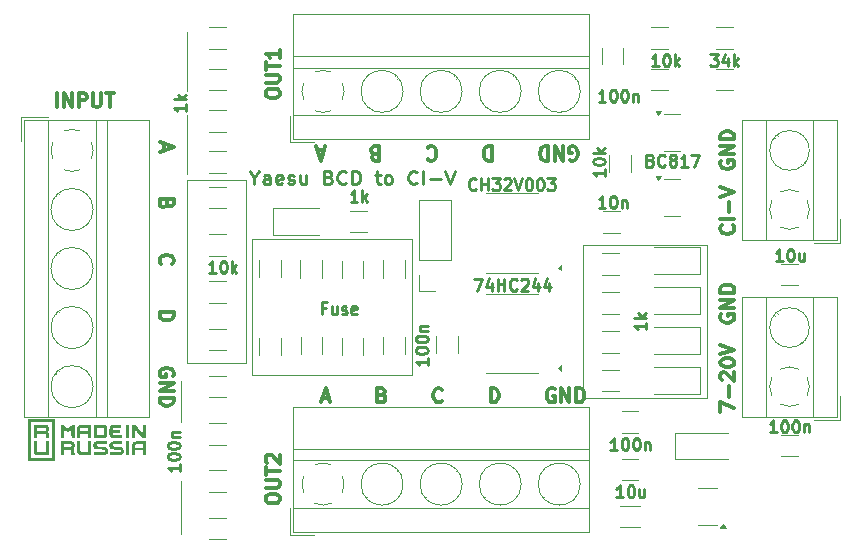
<source format=gbr>
%TF.GenerationSoftware,KiCad,Pcbnew,8.0.3*%
%TF.CreationDate,2024-08-26T20:28:07+08:00*%
%TF.ProjectId,bcd2civ,62636432-6369-4762-9e6b-696361645f70,rev?*%
%TF.SameCoordinates,Original*%
%TF.FileFunction,Legend,Top*%
%TF.FilePolarity,Positive*%
%FSLAX46Y46*%
G04 Gerber Fmt 4.6, Leading zero omitted, Abs format (unit mm)*
G04 Created by KiCad (PCBNEW 8.0.3) date 2024-08-26 20:28:07*
%MOMM*%
%LPD*%
G01*
G04 APERTURE LIST*
%ADD10C,0.300000*%
%ADD11C,0.275000*%
%ADD12C,0.100000*%
%ADD13C,0.225000*%
%ADD14C,0.000000*%
%ADD15C,0.120000*%
G04 APERTURE END LIST*
D10*
X122637542Y-154098346D02*
X122637542Y-153869774D01*
X122637542Y-153869774D02*
X122694685Y-153755489D01*
X122694685Y-153755489D02*
X122808971Y-153641203D01*
X122808971Y-153641203D02*
X123037542Y-153584060D01*
X123037542Y-153584060D02*
X123437542Y-153584060D01*
X123437542Y-153584060D02*
X123666114Y-153641203D01*
X123666114Y-153641203D02*
X123780400Y-153755489D01*
X123780400Y-153755489D02*
X123837542Y-153869774D01*
X123837542Y-153869774D02*
X123837542Y-154098346D01*
X123837542Y-154098346D02*
X123780400Y-154212632D01*
X123780400Y-154212632D02*
X123666114Y-154326917D01*
X123666114Y-154326917D02*
X123437542Y-154384060D01*
X123437542Y-154384060D02*
X123037542Y-154384060D01*
X123037542Y-154384060D02*
X122808971Y-154326917D01*
X122808971Y-154326917D02*
X122694685Y-154212632D01*
X122694685Y-154212632D02*
X122637542Y-154098346D01*
X122637542Y-153069774D02*
X123608971Y-153069774D01*
X123608971Y-153069774D02*
X123723257Y-153012631D01*
X123723257Y-153012631D02*
X123780400Y-152955489D01*
X123780400Y-152955489D02*
X123837542Y-152841203D01*
X123837542Y-152841203D02*
X123837542Y-152612631D01*
X123837542Y-152612631D02*
X123780400Y-152498346D01*
X123780400Y-152498346D02*
X123723257Y-152441203D01*
X123723257Y-152441203D02*
X123608971Y-152384060D01*
X123608971Y-152384060D02*
X122637542Y-152384060D01*
X122637542Y-151984060D02*
X122637542Y-151298346D01*
X123837542Y-151641203D02*
X122637542Y-151641203D01*
X122751828Y-150955488D02*
X122694685Y-150898345D01*
X122694685Y-150898345D02*
X122637542Y-150784060D01*
X122637542Y-150784060D02*
X122637542Y-150498345D01*
X122637542Y-150498345D02*
X122694685Y-150384060D01*
X122694685Y-150384060D02*
X122751828Y-150326917D01*
X122751828Y-150326917D02*
X122866114Y-150269774D01*
X122866114Y-150269774D02*
X122980400Y-150269774D01*
X122980400Y-150269774D02*
X123151828Y-150326917D01*
X123151828Y-150326917D02*
X123837542Y-151012631D01*
X123837542Y-151012631D02*
X123837542Y-150269774D01*
X122637542Y-119788346D02*
X122637542Y-119559774D01*
X122637542Y-119559774D02*
X122694685Y-119445489D01*
X122694685Y-119445489D02*
X122808971Y-119331203D01*
X122808971Y-119331203D02*
X123037542Y-119274060D01*
X123037542Y-119274060D02*
X123437542Y-119274060D01*
X123437542Y-119274060D02*
X123666114Y-119331203D01*
X123666114Y-119331203D02*
X123780400Y-119445489D01*
X123780400Y-119445489D02*
X123837542Y-119559774D01*
X123837542Y-119559774D02*
X123837542Y-119788346D01*
X123837542Y-119788346D02*
X123780400Y-119902632D01*
X123780400Y-119902632D02*
X123666114Y-120016917D01*
X123666114Y-120016917D02*
X123437542Y-120074060D01*
X123437542Y-120074060D02*
X123037542Y-120074060D01*
X123037542Y-120074060D02*
X122808971Y-120016917D01*
X122808971Y-120016917D02*
X122694685Y-119902632D01*
X122694685Y-119902632D02*
X122637542Y-119788346D01*
X122637542Y-118759774D02*
X123608971Y-118759774D01*
X123608971Y-118759774D02*
X123723257Y-118702631D01*
X123723257Y-118702631D02*
X123780400Y-118645489D01*
X123780400Y-118645489D02*
X123837542Y-118531203D01*
X123837542Y-118531203D02*
X123837542Y-118302631D01*
X123837542Y-118302631D02*
X123780400Y-118188346D01*
X123780400Y-118188346D02*
X123723257Y-118131203D01*
X123723257Y-118131203D02*
X123608971Y-118074060D01*
X123608971Y-118074060D02*
X122637542Y-118074060D01*
X122637542Y-117674060D02*
X122637542Y-116988346D01*
X123837542Y-117331203D02*
X122637542Y-117331203D01*
X123837542Y-115959774D02*
X123837542Y-116645488D01*
X123837542Y-116302631D02*
X122637542Y-116302631D01*
X122637542Y-116302631D02*
X122808971Y-116416917D01*
X122808971Y-116416917D02*
X122923257Y-116531202D01*
X122923257Y-116531202D02*
X122980400Y-116645488D01*
D11*
X121695206Y-126827271D02*
X121695206Y-127351080D01*
X121295206Y-126251080D02*
X121695206Y-126827271D01*
X121695206Y-126827271D02*
X122095206Y-126251080D01*
X123009492Y-127351080D02*
X123009492Y-126774890D01*
X123009492Y-126774890D02*
X122952349Y-126670128D01*
X122952349Y-126670128D02*
X122838063Y-126617747D01*
X122838063Y-126617747D02*
X122609492Y-126617747D01*
X122609492Y-126617747D02*
X122495206Y-126670128D01*
X123009492Y-127298700D02*
X122895206Y-127351080D01*
X122895206Y-127351080D02*
X122609492Y-127351080D01*
X122609492Y-127351080D02*
X122495206Y-127298700D01*
X122495206Y-127298700D02*
X122438063Y-127193938D01*
X122438063Y-127193938D02*
X122438063Y-127089176D01*
X122438063Y-127089176D02*
X122495206Y-126984414D01*
X122495206Y-126984414D02*
X122609492Y-126932033D01*
X122609492Y-126932033D02*
X122895206Y-126932033D01*
X122895206Y-126932033D02*
X123009492Y-126879652D01*
X124038063Y-127298700D02*
X123923777Y-127351080D01*
X123923777Y-127351080D02*
X123695206Y-127351080D01*
X123695206Y-127351080D02*
X123580920Y-127298700D01*
X123580920Y-127298700D02*
X123523777Y-127193938D01*
X123523777Y-127193938D02*
X123523777Y-126774890D01*
X123523777Y-126774890D02*
X123580920Y-126670128D01*
X123580920Y-126670128D02*
X123695206Y-126617747D01*
X123695206Y-126617747D02*
X123923777Y-126617747D01*
X123923777Y-126617747D02*
X124038063Y-126670128D01*
X124038063Y-126670128D02*
X124095206Y-126774890D01*
X124095206Y-126774890D02*
X124095206Y-126879652D01*
X124095206Y-126879652D02*
X123523777Y-126984414D01*
X124552348Y-127298700D02*
X124666634Y-127351080D01*
X124666634Y-127351080D02*
X124895205Y-127351080D01*
X124895205Y-127351080D02*
X125009491Y-127298700D01*
X125009491Y-127298700D02*
X125066634Y-127193938D01*
X125066634Y-127193938D02*
X125066634Y-127141557D01*
X125066634Y-127141557D02*
X125009491Y-127036795D01*
X125009491Y-127036795D02*
X124895205Y-126984414D01*
X124895205Y-126984414D02*
X124723777Y-126984414D01*
X124723777Y-126984414D02*
X124609491Y-126932033D01*
X124609491Y-126932033D02*
X124552348Y-126827271D01*
X124552348Y-126827271D02*
X124552348Y-126774890D01*
X124552348Y-126774890D02*
X124609491Y-126670128D01*
X124609491Y-126670128D02*
X124723777Y-126617747D01*
X124723777Y-126617747D02*
X124895205Y-126617747D01*
X124895205Y-126617747D02*
X125009491Y-126670128D01*
X126095206Y-126617747D02*
X126095206Y-127351080D01*
X125580920Y-126617747D02*
X125580920Y-127193938D01*
X125580920Y-127193938D02*
X125638063Y-127298700D01*
X125638063Y-127298700D02*
X125752348Y-127351080D01*
X125752348Y-127351080D02*
X125923777Y-127351080D01*
X125923777Y-127351080D02*
X126038063Y-127298700D01*
X126038063Y-127298700D02*
X126095206Y-127246319D01*
X127980920Y-126774890D02*
X128152348Y-126827271D01*
X128152348Y-126827271D02*
X128209491Y-126879652D01*
X128209491Y-126879652D02*
X128266634Y-126984414D01*
X128266634Y-126984414D02*
X128266634Y-127141557D01*
X128266634Y-127141557D02*
X128209491Y-127246319D01*
X128209491Y-127246319D02*
X128152348Y-127298700D01*
X128152348Y-127298700D02*
X128038063Y-127351080D01*
X128038063Y-127351080D02*
X127580920Y-127351080D01*
X127580920Y-127351080D02*
X127580920Y-126251080D01*
X127580920Y-126251080D02*
X127980920Y-126251080D01*
X127980920Y-126251080D02*
X128095206Y-126303461D01*
X128095206Y-126303461D02*
X128152348Y-126355842D01*
X128152348Y-126355842D02*
X128209491Y-126460604D01*
X128209491Y-126460604D02*
X128209491Y-126565366D01*
X128209491Y-126565366D02*
X128152348Y-126670128D01*
X128152348Y-126670128D02*
X128095206Y-126722509D01*
X128095206Y-126722509D02*
X127980920Y-126774890D01*
X127980920Y-126774890D02*
X127580920Y-126774890D01*
X129466634Y-127246319D02*
X129409491Y-127298700D01*
X129409491Y-127298700D02*
X129238063Y-127351080D01*
X129238063Y-127351080D02*
X129123777Y-127351080D01*
X129123777Y-127351080D02*
X128952348Y-127298700D01*
X128952348Y-127298700D02*
X128838063Y-127193938D01*
X128838063Y-127193938D02*
X128780920Y-127089176D01*
X128780920Y-127089176D02*
X128723777Y-126879652D01*
X128723777Y-126879652D02*
X128723777Y-126722509D01*
X128723777Y-126722509D02*
X128780920Y-126512985D01*
X128780920Y-126512985D02*
X128838063Y-126408223D01*
X128838063Y-126408223D02*
X128952348Y-126303461D01*
X128952348Y-126303461D02*
X129123777Y-126251080D01*
X129123777Y-126251080D02*
X129238063Y-126251080D01*
X129238063Y-126251080D02*
X129409491Y-126303461D01*
X129409491Y-126303461D02*
X129466634Y-126355842D01*
X129980920Y-127351080D02*
X129980920Y-126251080D01*
X129980920Y-126251080D02*
X130266634Y-126251080D01*
X130266634Y-126251080D02*
X130438063Y-126303461D01*
X130438063Y-126303461D02*
X130552348Y-126408223D01*
X130552348Y-126408223D02*
X130609491Y-126512985D01*
X130609491Y-126512985D02*
X130666634Y-126722509D01*
X130666634Y-126722509D02*
X130666634Y-126879652D01*
X130666634Y-126879652D02*
X130609491Y-127089176D01*
X130609491Y-127089176D02*
X130552348Y-127193938D01*
X130552348Y-127193938D02*
X130438063Y-127298700D01*
X130438063Y-127298700D02*
X130266634Y-127351080D01*
X130266634Y-127351080D02*
X129980920Y-127351080D01*
X131923777Y-126617747D02*
X132380920Y-126617747D01*
X132095206Y-126251080D02*
X132095206Y-127193938D01*
X132095206Y-127193938D02*
X132152349Y-127298700D01*
X132152349Y-127298700D02*
X132266634Y-127351080D01*
X132266634Y-127351080D02*
X132380920Y-127351080D01*
X132952348Y-127351080D02*
X132838063Y-127298700D01*
X132838063Y-127298700D02*
X132780920Y-127246319D01*
X132780920Y-127246319D02*
X132723777Y-127141557D01*
X132723777Y-127141557D02*
X132723777Y-126827271D01*
X132723777Y-126827271D02*
X132780920Y-126722509D01*
X132780920Y-126722509D02*
X132838063Y-126670128D01*
X132838063Y-126670128D02*
X132952348Y-126617747D01*
X132952348Y-126617747D02*
X133123777Y-126617747D01*
X133123777Y-126617747D02*
X133238063Y-126670128D01*
X133238063Y-126670128D02*
X133295206Y-126722509D01*
X133295206Y-126722509D02*
X133352348Y-126827271D01*
X133352348Y-126827271D02*
X133352348Y-127141557D01*
X133352348Y-127141557D02*
X133295206Y-127246319D01*
X133295206Y-127246319D02*
X133238063Y-127298700D01*
X133238063Y-127298700D02*
X133123777Y-127351080D01*
X133123777Y-127351080D02*
X132952348Y-127351080D01*
X135466634Y-127246319D02*
X135409491Y-127298700D01*
X135409491Y-127298700D02*
X135238063Y-127351080D01*
X135238063Y-127351080D02*
X135123777Y-127351080D01*
X135123777Y-127351080D02*
X134952348Y-127298700D01*
X134952348Y-127298700D02*
X134838063Y-127193938D01*
X134838063Y-127193938D02*
X134780920Y-127089176D01*
X134780920Y-127089176D02*
X134723777Y-126879652D01*
X134723777Y-126879652D02*
X134723777Y-126722509D01*
X134723777Y-126722509D02*
X134780920Y-126512985D01*
X134780920Y-126512985D02*
X134838063Y-126408223D01*
X134838063Y-126408223D02*
X134952348Y-126303461D01*
X134952348Y-126303461D02*
X135123777Y-126251080D01*
X135123777Y-126251080D02*
X135238063Y-126251080D01*
X135238063Y-126251080D02*
X135409491Y-126303461D01*
X135409491Y-126303461D02*
X135466634Y-126355842D01*
X135980920Y-127351080D02*
X135980920Y-126251080D01*
X136552349Y-126932033D02*
X137466635Y-126932033D01*
X137866634Y-126251080D02*
X138266634Y-127351080D01*
X138266634Y-127351080D02*
X138666634Y-126251080D01*
D12*
X149500000Y-132500000D02*
X160000000Y-132500000D01*
X160000000Y-145500000D01*
X149500000Y-145500000D01*
X149500000Y-132500000D01*
D13*
X154865919Y-139090069D02*
X154865919Y-139661497D01*
X154865919Y-139375783D02*
X153865919Y-139375783D01*
X153865919Y-139375783D02*
X154008776Y-139471021D01*
X154008776Y-139471021D02*
X154104014Y-139566259D01*
X154104014Y-139566259D02*
X154151633Y-139661497D01*
X154865919Y-138661497D02*
X153865919Y-138661497D01*
X154484966Y-138566259D02*
X154865919Y-138280545D01*
X154199252Y-138280545D02*
X154580204Y-138661497D01*
X152409930Y-149865919D02*
X151838502Y-149865919D01*
X152124216Y-149865919D02*
X152124216Y-148865919D01*
X152124216Y-148865919D02*
X152028978Y-149008776D01*
X152028978Y-149008776D02*
X151933740Y-149104014D01*
X151933740Y-149104014D02*
X151838502Y-149151633D01*
X153028978Y-148865919D02*
X153124216Y-148865919D01*
X153124216Y-148865919D02*
X153219454Y-148913538D01*
X153219454Y-148913538D02*
X153267073Y-148961157D01*
X153267073Y-148961157D02*
X153314692Y-149056395D01*
X153314692Y-149056395D02*
X153362311Y-149246871D01*
X153362311Y-149246871D02*
X153362311Y-149484966D01*
X153362311Y-149484966D02*
X153314692Y-149675442D01*
X153314692Y-149675442D02*
X153267073Y-149770680D01*
X153267073Y-149770680D02*
X153219454Y-149818300D01*
X153219454Y-149818300D02*
X153124216Y-149865919D01*
X153124216Y-149865919D02*
X153028978Y-149865919D01*
X153028978Y-149865919D02*
X152933740Y-149818300D01*
X152933740Y-149818300D02*
X152886121Y-149770680D01*
X152886121Y-149770680D02*
X152838502Y-149675442D01*
X152838502Y-149675442D02*
X152790883Y-149484966D01*
X152790883Y-149484966D02*
X152790883Y-149246871D01*
X152790883Y-149246871D02*
X152838502Y-149056395D01*
X152838502Y-149056395D02*
X152886121Y-148961157D01*
X152886121Y-148961157D02*
X152933740Y-148913538D01*
X152933740Y-148913538D02*
X153028978Y-148865919D01*
X153981359Y-148865919D02*
X154076597Y-148865919D01*
X154076597Y-148865919D02*
X154171835Y-148913538D01*
X154171835Y-148913538D02*
X154219454Y-148961157D01*
X154219454Y-148961157D02*
X154267073Y-149056395D01*
X154267073Y-149056395D02*
X154314692Y-149246871D01*
X154314692Y-149246871D02*
X154314692Y-149484966D01*
X154314692Y-149484966D02*
X154267073Y-149675442D01*
X154267073Y-149675442D02*
X154219454Y-149770680D01*
X154219454Y-149770680D02*
X154171835Y-149818300D01*
X154171835Y-149818300D02*
X154076597Y-149865919D01*
X154076597Y-149865919D02*
X153981359Y-149865919D01*
X153981359Y-149865919D02*
X153886121Y-149818300D01*
X153886121Y-149818300D02*
X153838502Y-149770680D01*
X153838502Y-149770680D02*
X153790883Y-149675442D01*
X153790883Y-149675442D02*
X153743264Y-149484966D01*
X153743264Y-149484966D02*
X153743264Y-149246871D01*
X153743264Y-149246871D02*
X153790883Y-149056395D01*
X153790883Y-149056395D02*
X153838502Y-148961157D01*
X153838502Y-148961157D02*
X153886121Y-148913538D01*
X153886121Y-148913538D02*
X153981359Y-148865919D01*
X154743264Y-149199252D02*
X154743264Y-149865919D01*
X154743264Y-149294490D02*
X154790883Y-149246871D01*
X154790883Y-149246871D02*
X154886121Y-149199252D01*
X154886121Y-149199252D02*
X155028978Y-149199252D01*
X155028978Y-149199252D02*
X155124216Y-149246871D01*
X155124216Y-149246871D02*
X155171835Y-149342109D01*
X155171835Y-149342109D02*
X155171835Y-149865919D01*
X152909930Y-153865919D02*
X152338502Y-153865919D01*
X152624216Y-153865919D02*
X152624216Y-152865919D01*
X152624216Y-152865919D02*
X152528978Y-153008776D01*
X152528978Y-153008776D02*
X152433740Y-153104014D01*
X152433740Y-153104014D02*
X152338502Y-153151633D01*
X153528978Y-152865919D02*
X153624216Y-152865919D01*
X153624216Y-152865919D02*
X153719454Y-152913538D01*
X153719454Y-152913538D02*
X153767073Y-152961157D01*
X153767073Y-152961157D02*
X153814692Y-153056395D01*
X153814692Y-153056395D02*
X153862311Y-153246871D01*
X153862311Y-153246871D02*
X153862311Y-153484966D01*
X153862311Y-153484966D02*
X153814692Y-153675442D01*
X153814692Y-153675442D02*
X153767073Y-153770680D01*
X153767073Y-153770680D02*
X153719454Y-153818300D01*
X153719454Y-153818300D02*
X153624216Y-153865919D01*
X153624216Y-153865919D02*
X153528978Y-153865919D01*
X153528978Y-153865919D02*
X153433740Y-153818300D01*
X153433740Y-153818300D02*
X153386121Y-153770680D01*
X153386121Y-153770680D02*
X153338502Y-153675442D01*
X153338502Y-153675442D02*
X153290883Y-153484966D01*
X153290883Y-153484966D02*
X153290883Y-153246871D01*
X153290883Y-153246871D02*
X153338502Y-153056395D01*
X153338502Y-153056395D02*
X153386121Y-152961157D01*
X153386121Y-152961157D02*
X153433740Y-152913538D01*
X153433740Y-152913538D02*
X153528978Y-152865919D01*
X154719454Y-153199252D02*
X154719454Y-153865919D01*
X154290883Y-153199252D02*
X154290883Y-153723061D01*
X154290883Y-153723061D02*
X154338502Y-153818300D01*
X154338502Y-153818300D02*
X154433740Y-153865919D01*
X154433740Y-153865919D02*
X154576597Y-153865919D01*
X154576597Y-153865919D02*
X154671835Y-153818300D01*
X154671835Y-153818300D02*
X154719454Y-153770680D01*
X165909930Y-148365919D02*
X165338502Y-148365919D01*
X165624216Y-148365919D02*
X165624216Y-147365919D01*
X165624216Y-147365919D02*
X165528978Y-147508776D01*
X165528978Y-147508776D02*
X165433740Y-147604014D01*
X165433740Y-147604014D02*
X165338502Y-147651633D01*
X166528978Y-147365919D02*
X166624216Y-147365919D01*
X166624216Y-147365919D02*
X166719454Y-147413538D01*
X166719454Y-147413538D02*
X166767073Y-147461157D01*
X166767073Y-147461157D02*
X166814692Y-147556395D01*
X166814692Y-147556395D02*
X166862311Y-147746871D01*
X166862311Y-147746871D02*
X166862311Y-147984966D01*
X166862311Y-147984966D02*
X166814692Y-148175442D01*
X166814692Y-148175442D02*
X166767073Y-148270680D01*
X166767073Y-148270680D02*
X166719454Y-148318300D01*
X166719454Y-148318300D02*
X166624216Y-148365919D01*
X166624216Y-148365919D02*
X166528978Y-148365919D01*
X166528978Y-148365919D02*
X166433740Y-148318300D01*
X166433740Y-148318300D02*
X166386121Y-148270680D01*
X166386121Y-148270680D02*
X166338502Y-148175442D01*
X166338502Y-148175442D02*
X166290883Y-147984966D01*
X166290883Y-147984966D02*
X166290883Y-147746871D01*
X166290883Y-147746871D02*
X166338502Y-147556395D01*
X166338502Y-147556395D02*
X166386121Y-147461157D01*
X166386121Y-147461157D02*
X166433740Y-147413538D01*
X166433740Y-147413538D02*
X166528978Y-147365919D01*
X167481359Y-147365919D02*
X167576597Y-147365919D01*
X167576597Y-147365919D02*
X167671835Y-147413538D01*
X167671835Y-147413538D02*
X167719454Y-147461157D01*
X167719454Y-147461157D02*
X167767073Y-147556395D01*
X167767073Y-147556395D02*
X167814692Y-147746871D01*
X167814692Y-147746871D02*
X167814692Y-147984966D01*
X167814692Y-147984966D02*
X167767073Y-148175442D01*
X167767073Y-148175442D02*
X167719454Y-148270680D01*
X167719454Y-148270680D02*
X167671835Y-148318300D01*
X167671835Y-148318300D02*
X167576597Y-148365919D01*
X167576597Y-148365919D02*
X167481359Y-148365919D01*
X167481359Y-148365919D02*
X167386121Y-148318300D01*
X167386121Y-148318300D02*
X167338502Y-148270680D01*
X167338502Y-148270680D02*
X167290883Y-148175442D01*
X167290883Y-148175442D02*
X167243264Y-147984966D01*
X167243264Y-147984966D02*
X167243264Y-147746871D01*
X167243264Y-147746871D02*
X167290883Y-147556395D01*
X167290883Y-147556395D02*
X167338502Y-147461157D01*
X167338502Y-147461157D02*
X167386121Y-147413538D01*
X167386121Y-147413538D02*
X167481359Y-147365919D01*
X168243264Y-147699252D02*
X168243264Y-148365919D01*
X168243264Y-147794490D02*
X168290883Y-147746871D01*
X168290883Y-147746871D02*
X168386121Y-147699252D01*
X168386121Y-147699252D02*
X168528978Y-147699252D01*
X168528978Y-147699252D02*
X168624216Y-147746871D01*
X168624216Y-147746871D02*
X168671835Y-147842109D01*
X168671835Y-147842109D02*
X168671835Y-148365919D01*
X166409930Y-133865919D02*
X165838502Y-133865919D01*
X166124216Y-133865919D02*
X166124216Y-132865919D01*
X166124216Y-132865919D02*
X166028978Y-133008776D01*
X166028978Y-133008776D02*
X165933740Y-133104014D01*
X165933740Y-133104014D02*
X165838502Y-133151633D01*
X167028978Y-132865919D02*
X167124216Y-132865919D01*
X167124216Y-132865919D02*
X167219454Y-132913538D01*
X167219454Y-132913538D02*
X167267073Y-132961157D01*
X167267073Y-132961157D02*
X167314692Y-133056395D01*
X167314692Y-133056395D02*
X167362311Y-133246871D01*
X167362311Y-133246871D02*
X167362311Y-133484966D01*
X167362311Y-133484966D02*
X167314692Y-133675442D01*
X167314692Y-133675442D02*
X167267073Y-133770680D01*
X167267073Y-133770680D02*
X167219454Y-133818300D01*
X167219454Y-133818300D02*
X167124216Y-133865919D01*
X167124216Y-133865919D02*
X167028978Y-133865919D01*
X167028978Y-133865919D02*
X166933740Y-133818300D01*
X166933740Y-133818300D02*
X166886121Y-133770680D01*
X166886121Y-133770680D02*
X166838502Y-133675442D01*
X166838502Y-133675442D02*
X166790883Y-133484966D01*
X166790883Y-133484966D02*
X166790883Y-133246871D01*
X166790883Y-133246871D02*
X166838502Y-133056395D01*
X166838502Y-133056395D02*
X166886121Y-132961157D01*
X166886121Y-132961157D02*
X166933740Y-132913538D01*
X166933740Y-132913538D02*
X167028978Y-132865919D01*
X168219454Y-133199252D02*
X168219454Y-133865919D01*
X167790883Y-133199252D02*
X167790883Y-133723061D01*
X167790883Y-133723061D02*
X167838502Y-133818300D01*
X167838502Y-133818300D02*
X167933740Y-133865919D01*
X167933740Y-133865919D02*
X168076597Y-133865919D01*
X168076597Y-133865919D02*
X168171835Y-133818300D01*
X168171835Y-133818300D02*
X168219454Y-133770680D01*
X151409930Y-129365919D02*
X150838502Y-129365919D01*
X151124216Y-129365919D02*
X151124216Y-128365919D01*
X151124216Y-128365919D02*
X151028978Y-128508776D01*
X151028978Y-128508776D02*
X150933740Y-128604014D01*
X150933740Y-128604014D02*
X150838502Y-128651633D01*
X152028978Y-128365919D02*
X152124216Y-128365919D01*
X152124216Y-128365919D02*
X152219454Y-128413538D01*
X152219454Y-128413538D02*
X152267073Y-128461157D01*
X152267073Y-128461157D02*
X152314692Y-128556395D01*
X152314692Y-128556395D02*
X152362311Y-128746871D01*
X152362311Y-128746871D02*
X152362311Y-128984966D01*
X152362311Y-128984966D02*
X152314692Y-129175442D01*
X152314692Y-129175442D02*
X152267073Y-129270680D01*
X152267073Y-129270680D02*
X152219454Y-129318300D01*
X152219454Y-129318300D02*
X152124216Y-129365919D01*
X152124216Y-129365919D02*
X152028978Y-129365919D01*
X152028978Y-129365919D02*
X151933740Y-129318300D01*
X151933740Y-129318300D02*
X151886121Y-129270680D01*
X151886121Y-129270680D02*
X151838502Y-129175442D01*
X151838502Y-129175442D02*
X151790883Y-128984966D01*
X151790883Y-128984966D02*
X151790883Y-128746871D01*
X151790883Y-128746871D02*
X151838502Y-128556395D01*
X151838502Y-128556395D02*
X151886121Y-128461157D01*
X151886121Y-128461157D02*
X151933740Y-128413538D01*
X151933740Y-128413538D02*
X152028978Y-128365919D01*
X152790883Y-128699252D02*
X152790883Y-129365919D01*
X152790883Y-128794490D02*
X152838502Y-128746871D01*
X152838502Y-128746871D02*
X152933740Y-128699252D01*
X152933740Y-128699252D02*
X153076597Y-128699252D01*
X153076597Y-128699252D02*
X153171835Y-128746871D01*
X153171835Y-128746871D02*
X153219454Y-128842109D01*
X153219454Y-128842109D02*
X153219454Y-129365919D01*
X155219454Y-125342109D02*
X155362311Y-125389728D01*
X155362311Y-125389728D02*
X155409930Y-125437347D01*
X155409930Y-125437347D02*
X155457549Y-125532585D01*
X155457549Y-125532585D02*
X155457549Y-125675442D01*
X155457549Y-125675442D02*
X155409930Y-125770680D01*
X155409930Y-125770680D02*
X155362311Y-125818300D01*
X155362311Y-125818300D02*
X155267073Y-125865919D01*
X155267073Y-125865919D02*
X154886121Y-125865919D01*
X154886121Y-125865919D02*
X154886121Y-124865919D01*
X154886121Y-124865919D02*
X155219454Y-124865919D01*
X155219454Y-124865919D02*
X155314692Y-124913538D01*
X155314692Y-124913538D02*
X155362311Y-124961157D01*
X155362311Y-124961157D02*
X155409930Y-125056395D01*
X155409930Y-125056395D02*
X155409930Y-125151633D01*
X155409930Y-125151633D02*
X155362311Y-125246871D01*
X155362311Y-125246871D02*
X155314692Y-125294490D01*
X155314692Y-125294490D02*
X155219454Y-125342109D01*
X155219454Y-125342109D02*
X154886121Y-125342109D01*
X156457549Y-125770680D02*
X156409930Y-125818300D01*
X156409930Y-125818300D02*
X156267073Y-125865919D01*
X156267073Y-125865919D02*
X156171835Y-125865919D01*
X156171835Y-125865919D02*
X156028978Y-125818300D01*
X156028978Y-125818300D02*
X155933740Y-125723061D01*
X155933740Y-125723061D02*
X155886121Y-125627823D01*
X155886121Y-125627823D02*
X155838502Y-125437347D01*
X155838502Y-125437347D02*
X155838502Y-125294490D01*
X155838502Y-125294490D02*
X155886121Y-125104014D01*
X155886121Y-125104014D02*
X155933740Y-125008776D01*
X155933740Y-125008776D02*
X156028978Y-124913538D01*
X156028978Y-124913538D02*
X156171835Y-124865919D01*
X156171835Y-124865919D02*
X156267073Y-124865919D01*
X156267073Y-124865919D02*
X156409930Y-124913538D01*
X156409930Y-124913538D02*
X156457549Y-124961157D01*
X157028978Y-125294490D02*
X156933740Y-125246871D01*
X156933740Y-125246871D02*
X156886121Y-125199252D01*
X156886121Y-125199252D02*
X156838502Y-125104014D01*
X156838502Y-125104014D02*
X156838502Y-125056395D01*
X156838502Y-125056395D02*
X156886121Y-124961157D01*
X156886121Y-124961157D02*
X156933740Y-124913538D01*
X156933740Y-124913538D02*
X157028978Y-124865919D01*
X157028978Y-124865919D02*
X157219454Y-124865919D01*
X157219454Y-124865919D02*
X157314692Y-124913538D01*
X157314692Y-124913538D02*
X157362311Y-124961157D01*
X157362311Y-124961157D02*
X157409930Y-125056395D01*
X157409930Y-125056395D02*
X157409930Y-125104014D01*
X157409930Y-125104014D02*
X157362311Y-125199252D01*
X157362311Y-125199252D02*
X157314692Y-125246871D01*
X157314692Y-125246871D02*
X157219454Y-125294490D01*
X157219454Y-125294490D02*
X157028978Y-125294490D01*
X157028978Y-125294490D02*
X156933740Y-125342109D01*
X156933740Y-125342109D02*
X156886121Y-125389728D01*
X156886121Y-125389728D02*
X156838502Y-125484966D01*
X156838502Y-125484966D02*
X156838502Y-125675442D01*
X156838502Y-125675442D02*
X156886121Y-125770680D01*
X156886121Y-125770680D02*
X156933740Y-125818300D01*
X156933740Y-125818300D02*
X157028978Y-125865919D01*
X157028978Y-125865919D02*
X157219454Y-125865919D01*
X157219454Y-125865919D02*
X157314692Y-125818300D01*
X157314692Y-125818300D02*
X157362311Y-125770680D01*
X157362311Y-125770680D02*
X157409930Y-125675442D01*
X157409930Y-125675442D02*
X157409930Y-125484966D01*
X157409930Y-125484966D02*
X157362311Y-125389728D01*
X157362311Y-125389728D02*
X157314692Y-125342109D01*
X157314692Y-125342109D02*
X157219454Y-125294490D01*
X158362311Y-125865919D02*
X157790883Y-125865919D01*
X158076597Y-125865919D02*
X158076597Y-124865919D01*
X158076597Y-124865919D02*
X157981359Y-125008776D01*
X157981359Y-125008776D02*
X157886121Y-125104014D01*
X157886121Y-125104014D02*
X157790883Y-125151633D01*
X158695645Y-124865919D02*
X159362311Y-124865919D01*
X159362311Y-124865919D02*
X158933740Y-125865919D01*
X151365919Y-126090069D02*
X151365919Y-126661497D01*
X151365919Y-126375783D02*
X150365919Y-126375783D01*
X150365919Y-126375783D02*
X150508776Y-126471021D01*
X150508776Y-126471021D02*
X150604014Y-126566259D01*
X150604014Y-126566259D02*
X150651633Y-126661497D01*
X150365919Y-125471021D02*
X150365919Y-125375783D01*
X150365919Y-125375783D02*
X150413538Y-125280545D01*
X150413538Y-125280545D02*
X150461157Y-125232926D01*
X150461157Y-125232926D02*
X150556395Y-125185307D01*
X150556395Y-125185307D02*
X150746871Y-125137688D01*
X150746871Y-125137688D02*
X150984966Y-125137688D01*
X150984966Y-125137688D02*
X151175442Y-125185307D01*
X151175442Y-125185307D02*
X151270680Y-125232926D01*
X151270680Y-125232926D02*
X151318300Y-125280545D01*
X151318300Y-125280545D02*
X151365919Y-125375783D01*
X151365919Y-125375783D02*
X151365919Y-125471021D01*
X151365919Y-125471021D02*
X151318300Y-125566259D01*
X151318300Y-125566259D02*
X151270680Y-125613878D01*
X151270680Y-125613878D02*
X151175442Y-125661497D01*
X151175442Y-125661497D02*
X150984966Y-125709116D01*
X150984966Y-125709116D02*
X150746871Y-125709116D01*
X150746871Y-125709116D02*
X150556395Y-125661497D01*
X150556395Y-125661497D02*
X150461157Y-125613878D01*
X150461157Y-125613878D02*
X150413538Y-125566259D01*
X150413538Y-125566259D02*
X150365919Y-125471021D01*
X151365919Y-124709116D02*
X150365919Y-124709116D01*
X150984966Y-124613878D02*
X151365919Y-124328164D01*
X150699252Y-124328164D02*
X151080204Y-124709116D01*
X151409930Y-120365919D02*
X150838502Y-120365919D01*
X151124216Y-120365919D02*
X151124216Y-119365919D01*
X151124216Y-119365919D02*
X151028978Y-119508776D01*
X151028978Y-119508776D02*
X150933740Y-119604014D01*
X150933740Y-119604014D02*
X150838502Y-119651633D01*
X152028978Y-119365919D02*
X152124216Y-119365919D01*
X152124216Y-119365919D02*
X152219454Y-119413538D01*
X152219454Y-119413538D02*
X152267073Y-119461157D01*
X152267073Y-119461157D02*
X152314692Y-119556395D01*
X152314692Y-119556395D02*
X152362311Y-119746871D01*
X152362311Y-119746871D02*
X152362311Y-119984966D01*
X152362311Y-119984966D02*
X152314692Y-120175442D01*
X152314692Y-120175442D02*
X152267073Y-120270680D01*
X152267073Y-120270680D02*
X152219454Y-120318300D01*
X152219454Y-120318300D02*
X152124216Y-120365919D01*
X152124216Y-120365919D02*
X152028978Y-120365919D01*
X152028978Y-120365919D02*
X151933740Y-120318300D01*
X151933740Y-120318300D02*
X151886121Y-120270680D01*
X151886121Y-120270680D02*
X151838502Y-120175442D01*
X151838502Y-120175442D02*
X151790883Y-119984966D01*
X151790883Y-119984966D02*
X151790883Y-119746871D01*
X151790883Y-119746871D02*
X151838502Y-119556395D01*
X151838502Y-119556395D02*
X151886121Y-119461157D01*
X151886121Y-119461157D02*
X151933740Y-119413538D01*
X151933740Y-119413538D02*
X152028978Y-119365919D01*
X152981359Y-119365919D02*
X153076597Y-119365919D01*
X153076597Y-119365919D02*
X153171835Y-119413538D01*
X153171835Y-119413538D02*
X153219454Y-119461157D01*
X153219454Y-119461157D02*
X153267073Y-119556395D01*
X153267073Y-119556395D02*
X153314692Y-119746871D01*
X153314692Y-119746871D02*
X153314692Y-119984966D01*
X153314692Y-119984966D02*
X153267073Y-120175442D01*
X153267073Y-120175442D02*
X153219454Y-120270680D01*
X153219454Y-120270680D02*
X153171835Y-120318300D01*
X153171835Y-120318300D02*
X153076597Y-120365919D01*
X153076597Y-120365919D02*
X152981359Y-120365919D01*
X152981359Y-120365919D02*
X152886121Y-120318300D01*
X152886121Y-120318300D02*
X152838502Y-120270680D01*
X152838502Y-120270680D02*
X152790883Y-120175442D01*
X152790883Y-120175442D02*
X152743264Y-119984966D01*
X152743264Y-119984966D02*
X152743264Y-119746871D01*
X152743264Y-119746871D02*
X152790883Y-119556395D01*
X152790883Y-119556395D02*
X152838502Y-119461157D01*
X152838502Y-119461157D02*
X152886121Y-119413538D01*
X152886121Y-119413538D02*
X152981359Y-119365919D01*
X153743264Y-119699252D02*
X153743264Y-120365919D01*
X153743264Y-119794490D02*
X153790883Y-119746871D01*
X153790883Y-119746871D02*
X153886121Y-119699252D01*
X153886121Y-119699252D02*
X154028978Y-119699252D01*
X154028978Y-119699252D02*
X154124216Y-119746871D01*
X154124216Y-119746871D02*
X154171835Y-119842109D01*
X154171835Y-119842109D02*
X154171835Y-120365919D01*
X160290883Y-116365919D02*
X160909930Y-116365919D01*
X160909930Y-116365919D02*
X160576597Y-116746871D01*
X160576597Y-116746871D02*
X160719454Y-116746871D01*
X160719454Y-116746871D02*
X160814692Y-116794490D01*
X160814692Y-116794490D02*
X160862311Y-116842109D01*
X160862311Y-116842109D02*
X160909930Y-116937347D01*
X160909930Y-116937347D02*
X160909930Y-117175442D01*
X160909930Y-117175442D02*
X160862311Y-117270680D01*
X160862311Y-117270680D02*
X160814692Y-117318300D01*
X160814692Y-117318300D02*
X160719454Y-117365919D01*
X160719454Y-117365919D02*
X160433740Y-117365919D01*
X160433740Y-117365919D02*
X160338502Y-117318300D01*
X160338502Y-117318300D02*
X160290883Y-117270680D01*
X161767073Y-116699252D02*
X161767073Y-117365919D01*
X161528978Y-116318300D02*
X161290883Y-117032585D01*
X161290883Y-117032585D02*
X161909930Y-117032585D01*
X162290883Y-117365919D02*
X162290883Y-116365919D01*
X162386121Y-116984966D02*
X162671835Y-117365919D01*
X162671835Y-116699252D02*
X162290883Y-117080204D01*
X155909930Y-117365919D02*
X155338502Y-117365919D01*
X155624216Y-117365919D02*
X155624216Y-116365919D01*
X155624216Y-116365919D02*
X155528978Y-116508776D01*
X155528978Y-116508776D02*
X155433740Y-116604014D01*
X155433740Y-116604014D02*
X155338502Y-116651633D01*
X156528978Y-116365919D02*
X156624216Y-116365919D01*
X156624216Y-116365919D02*
X156719454Y-116413538D01*
X156719454Y-116413538D02*
X156767073Y-116461157D01*
X156767073Y-116461157D02*
X156814692Y-116556395D01*
X156814692Y-116556395D02*
X156862311Y-116746871D01*
X156862311Y-116746871D02*
X156862311Y-116984966D01*
X156862311Y-116984966D02*
X156814692Y-117175442D01*
X156814692Y-117175442D02*
X156767073Y-117270680D01*
X156767073Y-117270680D02*
X156719454Y-117318300D01*
X156719454Y-117318300D02*
X156624216Y-117365919D01*
X156624216Y-117365919D02*
X156528978Y-117365919D01*
X156528978Y-117365919D02*
X156433740Y-117318300D01*
X156433740Y-117318300D02*
X156386121Y-117270680D01*
X156386121Y-117270680D02*
X156338502Y-117175442D01*
X156338502Y-117175442D02*
X156290883Y-116984966D01*
X156290883Y-116984966D02*
X156290883Y-116746871D01*
X156290883Y-116746871D02*
X156338502Y-116556395D01*
X156338502Y-116556395D02*
X156386121Y-116461157D01*
X156386121Y-116461157D02*
X156433740Y-116413538D01*
X156433740Y-116413538D02*
X156528978Y-116365919D01*
X157290883Y-117365919D02*
X157290883Y-116365919D01*
X157386121Y-116984966D02*
X157671835Y-117365919D01*
X157671835Y-116699252D02*
X157290883Y-117080204D01*
X140290883Y-135365919D02*
X140957549Y-135365919D01*
X140957549Y-135365919D02*
X140528978Y-136365919D01*
X141767073Y-135699252D02*
X141767073Y-136365919D01*
X141528978Y-135318300D02*
X141290883Y-136032585D01*
X141290883Y-136032585D02*
X141909930Y-136032585D01*
X142290883Y-136365919D02*
X142290883Y-135365919D01*
X142290883Y-135842109D02*
X142862311Y-135842109D01*
X142862311Y-136365919D02*
X142862311Y-135365919D01*
X143909930Y-136270680D02*
X143862311Y-136318300D01*
X143862311Y-136318300D02*
X143719454Y-136365919D01*
X143719454Y-136365919D02*
X143624216Y-136365919D01*
X143624216Y-136365919D02*
X143481359Y-136318300D01*
X143481359Y-136318300D02*
X143386121Y-136223061D01*
X143386121Y-136223061D02*
X143338502Y-136127823D01*
X143338502Y-136127823D02*
X143290883Y-135937347D01*
X143290883Y-135937347D02*
X143290883Y-135794490D01*
X143290883Y-135794490D02*
X143338502Y-135604014D01*
X143338502Y-135604014D02*
X143386121Y-135508776D01*
X143386121Y-135508776D02*
X143481359Y-135413538D01*
X143481359Y-135413538D02*
X143624216Y-135365919D01*
X143624216Y-135365919D02*
X143719454Y-135365919D01*
X143719454Y-135365919D02*
X143862311Y-135413538D01*
X143862311Y-135413538D02*
X143909930Y-135461157D01*
X144290883Y-135461157D02*
X144338502Y-135413538D01*
X144338502Y-135413538D02*
X144433740Y-135365919D01*
X144433740Y-135365919D02*
X144671835Y-135365919D01*
X144671835Y-135365919D02*
X144767073Y-135413538D01*
X144767073Y-135413538D02*
X144814692Y-135461157D01*
X144814692Y-135461157D02*
X144862311Y-135556395D01*
X144862311Y-135556395D02*
X144862311Y-135651633D01*
X144862311Y-135651633D02*
X144814692Y-135794490D01*
X144814692Y-135794490D02*
X144243264Y-136365919D01*
X144243264Y-136365919D02*
X144862311Y-136365919D01*
X145719454Y-135699252D02*
X145719454Y-136365919D01*
X145481359Y-135318300D02*
X145243264Y-136032585D01*
X145243264Y-136032585D02*
X145862311Y-136032585D01*
X146671835Y-135699252D02*
X146671835Y-136365919D01*
X146433740Y-135318300D02*
X146195645Y-136032585D01*
X146195645Y-136032585D02*
X146814692Y-136032585D01*
X140457549Y-127770680D02*
X140409930Y-127818300D01*
X140409930Y-127818300D02*
X140267073Y-127865919D01*
X140267073Y-127865919D02*
X140171835Y-127865919D01*
X140171835Y-127865919D02*
X140028978Y-127818300D01*
X140028978Y-127818300D02*
X139933740Y-127723061D01*
X139933740Y-127723061D02*
X139886121Y-127627823D01*
X139886121Y-127627823D02*
X139838502Y-127437347D01*
X139838502Y-127437347D02*
X139838502Y-127294490D01*
X139838502Y-127294490D02*
X139886121Y-127104014D01*
X139886121Y-127104014D02*
X139933740Y-127008776D01*
X139933740Y-127008776D02*
X140028978Y-126913538D01*
X140028978Y-126913538D02*
X140171835Y-126865919D01*
X140171835Y-126865919D02*
X140267073Y-126865919D01*
X140267073Y-126865919D02*
X140409930Y-126913538D01*
X140409930Y-126913538D02*
X140457549Y-126961157D01*
X140886121Y-127865919D02*
X140886121Y-126865919D01*
X140886121Y-127342109D02*
X141457549Y-127342109D01*
X141457549Y-127865919D02*
X141457549Y-126865919D01*
X141838502Y-126865919D02*
X142457549Y-126865919D01*
X142457549Y-126865919D02*
X142124216Y-127246871D01*
X142124216Y-127246871D02*
X142267073Y-127246871D01*
X142267073Y-127246871D02*
X142362311Y-127294490D01*
X142362311Y-127294490D02*
X142409930Y-127342109D01*
X142409930Y-127342109D02*
X142457549Y-127437347D01*
X142457549Y-127437347D02*
X142457549Y-127675442D01*
X142457549Y-127675442D02*
X142409930Y-127770680D01*
X142409930Y-127770680D02*
X142362311Y-127818300D01*
X142362311Y-127818300D02*
X142267073Y-127865919D01*
X142267073Y-127865919D02*
X141981359Y-127865919D01*
X141981359Y-127865919D02*
X141886121Y-127818300D01*
X141886121Y-127818300D02*
X141838502Y-127770680D01*
X142838502Y-126961157D02*
X142886121Y-126913538D01*
X142886121Y-126913538D02*
X142981359Y-126865919D01*
X142981359Y-126865919D02*
X143219454Y-126865919D01*
X143219454Y-126865919D02*
X143314692Y-126913538D01*
X143314692Y-126913538D02*
X143362311Y-126961157D01*
X143362311Y-126961157D02*
X143409930Y-127056395D01*
X143409930Y-127056395D02*
X143409930Y-127151633D01*
X143409930Y-127151633D02*
X143362311Y-127294490D01*
X143362311Y-127294490D02*
X142790883Y-127865919D01*
X142790883Y-127865919D02*
X143409930Y-127865919D01*
X143695645Y-126865919D02*
X144028978Y-127865919D01*
X144028978Y-127865919D02*
X144362311Y-126865919D01*
X144886121Y-126865919D02*
X144981359Y-126865919D01*
X144981359Y-126865919D02*
X145076597Y-126913538D01*
X145076597Y-126913538D02*
X145124216Y-126961157D01*
X145124216Y-126961157D02*
X145171835Y-127056395D01*
X145171835Y-127056395D02*
X145219454Y-127246871D01*
X145219454Y-127246871D02*
X145219454Y-127484966D01*
X145219454Y-127484966D02*
X145171835Y-127675442D01*
X145171835Y-127675442D02*
X145124216Y-127770680D01*
X145124216Y-127770680D02*
X145076597Y-127818300D01*
X145076597Y-127818300D02*
X144981359Y-127865919D01*
X144981359Y-127865919D02*
X144886121Y-127865919D01*
X144886121Y-127865919D02*
X144790883Y-127818300D01*
X144790883Y-127818300D02*
X144743264Y-127770680D01*
X144743264Y-127770680D02*
X144695645Y-127675442D01*
X144695645Y-127675442D02*
X144648026Y-127484966D01*
X144648026Y-127484966D02*
X144648026Y-127246871D01*
X144648026Y-127246871D02*
X144695645Y-127056395D01*
X144695645Y-127056395D02*
X144743264Y-126961157D01*
X144743264Y-126961157D02*
X144790883Y-126913538D01*
X144790883Y-126913538D02*
X144886121Y-126865919D01*
X145838502Y-126865919D02*
X145933740Y-126865919D01*
X145933740Y-126865919D02*
X146028978Y-126913538D01*
X146028978Y-126913538D02*
X146076597Y-126961157D01*
X146076597Y-126961157D02*
X146124216Y-127056395D01*
X146124216Y-127056395D02*
X146171835Y-127246871D01*
X146171835Y-127246871D02*
X146171835Y-127484966D01*
X146171835Y-127484966D02*
X146124216Y-127675442D01*
X146124216Y-127675442D02*
X146076597Y-127770680D01*
X146076597Y-127770680D02*
X146028978Y-127818300D01*
X146028978Y-127818300D02*
X145933740Y-127865919D01*
X145933740Y-127865919D02*
X145838502Y-127865919D01*
X145838502Y-127865919D02*
X145743264Y-127818300D01*
X145743264Y-127818300D02*
X145695645Y-127770680D01*
X145695645Y-127770680D02*
X145648026Y-127675442D01*
X145648026Y-127675442D02*
X145600407Y-127484966D01*
X145600407Y-127484966D02*
X145600407Y-127246871D01*
X145600407Y-127246871D02*
X145648026Y-127056395D01*
X145648026Y-127056395D02*
X145695645Y-126961157D01*
X145695645Y-126961157D02*
X145743264Y-126913538D01*
X145743264Y-126913538D02*
X145838502Y-126865919D01*
X146505169Y-126865919D02*
X147124216Y-126865919D01*
X147124216Y-126865919D02*
X146790883Y-127246871D01*
X146790883Y-127246871D02*
X146933740Y-127246871D01*
X146933740Y-127246871D02*
X147028978Y-127294490D01*
X147028978Y-127294490D02*
X147076597Y-127342109D01*
X147076597Y-127342109D02*
X147124216Y-127437347D01*
X147124216Y-127437347D02*
X147124216Y-127675442D01*
X147124216Y-127675442D02*
X147076597Y-127770680D01*
X147076597Y-127770680D02*
X147028978Y-127818300D01*
X147028978Y-127818300D02*
X146933740Y-127865919D01*
X146933740Y-127865919D02*
X146648026Y-127865919D01*
X146648026Y-127865919D02*
X146552788Y-127818300D01*
X146552788Y-127818300D02*
X146505169Y-127770680D01*
X136365919Y-142090069D02*
X136365919Y-142661497D01*
X136365919Y-142375783D02*
X135365919Y-142375783D01*
X135365919Y-142375783D02*
X135508776Y-142471021D01*
X135508776Y-142471021D02*
X135604014Y-142566259D01*
X135604014Y-142566259D02*
X135651633Y-142661497D01*
X135365919Y-141471021D02*
X135365919Y-141375783D01*
X135365919Y-141375783D02*
X135413538Y-141280545D01*
X135413538Y-141280545D02*
X135461157Y-141232926D01*
X135461157Y-141232926D02*
X135556395Y-141185307D01*
X135556395Y-141185307D02*
X135746871Y-141137688D01*
X135746871Y-141137688D02*
X135984966Y-141137688D01*
X135984966Y-141137688D02*
X136175442Y-141185307D01*
X136175442Y-141185307D02*
X136270680Y-141232926D01*
X136270680Y-141232926D02*
X136318300Y-141280545D01*
X136318300Y-141280545D02*
X136365919Y-141375783D01*
X136365919Y-141375783D02*
X136365919Y-141471021D01*
X136365919Y-141471021D02*
X136318300Y-141566259D01*
X136318300Y-141566259D02*
X136270680Y-141613878D01*
X136270680Y-141613878D02*
X136175442Y-141661497D01*
X136175442Y-141661497D02*
X135984966Y-141709116D01*
X135984966Y-141709116D02*
X135746871Y-141709116D01*
X135746871Y-141709116D02*
X135556395Y-141661497D01*
X135556395Y-141661497D02*
X135461157Y-141613878D01*
X135461157Y-141613878D02*
X135413538Y-141566259D01*
X135413538Y-141566259D02*
X135365919Y-141471021D01*
X135365919Y-140518640D02*
X135365919Y-140423402D01*
X135365919Y-140423402D02*
X135413538Y-140328164D01*
X135413538Y-140328164D02*
X135461157Y-140280545D01*
X135461157Y-140280545D02*
X135556395Y-140232926D01*
X135556395Y-140232926D02*
X135746871Y-140185307D01*
X135746871Y-140185307D02*
X135984966Y-140185307D01*
X135984966Y-140185307D02*
X136175442Y-140232926D01*
X136175442Y-140232926D02*
X136270680Y-140280545D01*
X136270680Y-140280545D02*
X136318300Y-140328164D01*
X136318300Y-140328164D02*
X136365919Y-140423402D01*
X136365919Y-140423402D02*
X136365919Y-140518640D01*
X136365919Y-140518640D02*
X136318300Y-140613878D01*
X136318300Y-140613878D02*
X136270680Y-140661497D01*
X136270680Y-140661497D02*
X136175442Y-140709116D01*
X136175442Y-140709116D02*
X135984966Y-140756735D01*
X135984966Y-140756735D02*
X135746871Y-140756735D01*
X135746871Y-140756735D02*
X135556395Y-140709116D01*
X135556395Y-140709116D02*
X135461157Y-140661497D01*
X135461157Y-140661497D02*
X135413538Y-140613878D01*
X135413538Y-140613878D02*
X135365919Y-140518640D01*
X135699252Y-139756735D02*
X136365919Y-139756735D01*
X135794490Y-139756735D02*
X135746871Y-139709116D01*
X135746871Y-139709116D02*
X135699252Y-139613878D01*
X135699252Y-139613878D02*
X135699252Y-139471021D01*
X135699252Y-139471021D02*
X135746871Y-139375783D01*
X135746871Y-139375783D02*
X135842109Y-139328164D01*
X135842109Y-139328164D02*
X136365919Y-139328164D01*
X130409930Y-128865919D02*
X129838502Y-128865919D01*
X130124216Y-128865919D02*
X130124216Y-127865919D01*
X130124216Y-127865919D02*
X130028978Y-128008776D01*
X130028978Y-128008776D02*
X129933740Y-128104014D01*
X129933740Y-128104014D02*
X129838502Y-128151633D01*
X130838502Y-128865919D02*
X130838502Y-127865919D01*
X130933740Y-128484966D02*
X131219454Y-128865919D01*
X131219454Y-128199252D02*
X130838502Y-128580204D01*
D12*
X121500000Y-132000000D02*
X135000000Y-132000000D01*
X135000000Y-143500000D01*
X121500000Y-143500000D01*
X121500000Y-132000000D01*
D13*
X127719454Y-137842109D02*
X127386121Y-137842109D01*
X127386121Y-138365919D02*
X127386121Y-137365919D01*
X127386121Y-137365919D02*
X127862311Y-137365919D01*
X128671835Y-137699252D02*
X128671835Y-138365919D01*
X128243264Y-137699252D02*
X128243264Y-138223061D01*
X128243264Y-138223061D02*
X128290883Y-138318300D01*
X128290883Y-138318300D02*
X128386121Y-138365919D01*
X128386121Y-138365919D02*
X128528978Y-138365919D01*
X128528978Y-138365919D02*
X128624216Y-138318300D01*
X128624216Y-138318300D02*
X128671835Y-138270680D01*
X129100407Y-138318300D02*
X129195645Y-138365919D01*
X129195645Y-138365919D02*
X129386121Y-138365919D01*
X129386121Y-138365919D02*
X129481359Y-138318300D01*
X129481359Y-138318300D02*
X129528978Y-138223061D01*
X129528978Y-138223061D02*
X129528978Y-138175442D01*
X129528978Y-138175442D02*
X129481359Y-138080204D01*
X129481359Y-138080204D02*
X129386121Y-138032585D01*
X129386121Y-138032585D02*
X129243264Y-138032585D01*
X129243264Y-138032585D02*
X129148026Y-137984966D01*
X129148026Y-137984966D02*
X129100407Y-137889728D01*
X129100407Y-137889728D02*
X129100407Y-137842109D01*
X129100407Y-137842109D02*
X129148026Y-137746871D01*
X129148026Y-137746871D02*
X129243264Y-137699252D01*
X129243264Y-137699252D02*
X129386121Y-137699252D01*
X129386121Y-137699252D02*
X129481359Y-137746871D01*
X130338502Y-138318300D02*
X130243264Y-138365919D01*
X130243264Y-138365919D02*
X130052788Y-138365919D01*
X130052788Y-138365919D02*
X129957550Y-138318300D01*
X129957550Y-138318300D02*
X129909931Y-138223061D01*
X129909931Y-138223061D02*
X129909931Y-137842109D01*
X129909931Y-137842109D02*
X129957550Y-137746871D01*
X129957550Y-137746871D02*
X130052788Y-137699252D01*
X130052788Y-137699252D02*
X130243264Y-137699252D01*
X130243264Y-137699252D02*
X130338502Y-137746871D01*
X130338502Y-137746871D02*
X130386121Y-137842109D01*
X130386121Y-137842109D02*
X130386121Y-137937347D01*
X130386121Y-137937347D02*
X129909931Y-138032585D01*
D12*
X116000000Y-121500000D02*
X116000000Y-126500000D01*
X116000000Y-119500000D02*
X116000000Y-114500000D01*
D13*
X115865919Y-120590069D02*
X115865919Y-121161497D01*
X115865919Y-120875783D02*
X114865919Y-120875783D01*
X114865919Y-120875783D02*
X115008776Y-120971021D01*
X115008776Y-120971021D02*
X115104014Y-121066259D01*
X115104014Y-121066259D02*
X115151633Y-121161497D01*
X115865919Y-120161497D02*
X114865919Y-120161497D01*
X115484966Y-120066259D02*
X115865919Y-119780545D01*
X115199252Y-119780545D02*
X115580204Y-120161497D01*
D12*
X116000000Y-127000000D02*
X121000000Y-127000000D01*
X121000000Y-142500000D01*
X116000000Y-142500000D01*
X116000000Y-127000000D01*
D13*
X118409930Y-134865919D02*
X117838502Y-134865919D01*
X118124216Y-134865919D02*
X118124216Y-133865919D01*
X118124216Y-133865919D02*
X118028978Y-134008776D01*
X118028978Y-134008776D02*
X117933740Y-134104014D01*
X117933740Y-134104014D02*
X117838502Y-134151633D01*
X119028978Y-133865919D02*
X119124216Y-133865919D01*
X119124216Y-133865919D02*
X119219454Y-133913538D01*
X119219454Y-133913538D02*
X119267073Y-133961157D01*
X119267073Y-133961157D02*
X119314692Y-134056395D01*
X119314692Y-134056395D02*
X119362311Y-134246871D01*
X119362311Y-134246871D02*
X119362311Y-134484966D01*
X119362311Y-134484966D02*
X119314692Y-134675442D01*
X119314692Y-134675442D02*
X119267073Y-134770680D01*
X119267073Y-134770680D02*
X119219454Y-134818300D01*
X119219454Y-134818300D02*
X119124216Y-134865919D01*
X119124216Y-134865919D02*
X119028978Y-134865919D01*
X119028978Y-134865919D02*
X118933740Y-134818300D01*
X118933740Y-134818300D02*
X118886121Y-134770680D01*
X118886121Y-134770680D02*
X118838502Y-134675442D01*
X118838502Y-134675442D02*
X118790883Y-134484966D01*
X118790883Y-134484966D02*
X118790883Y-134246871D01*
X118790883Y-134246871D02*
X118838502Y-134056395D01*
X118838502Y-134056395D02*
X118886121Y-133961157D01*
X118886121Y-133961157D02*
X118933740Y-133913538D01*
X118933740Y-133913538D02*
X119028978Y-133865919D01*
X119790883Y-134865919D02*
X119790883Y-133865919D01*
X119886121Y-134484966D02*
X120171835Y-134865919D01*
X120171835Y-134199252D02*
X119790883Y-134580204D01*
D12*
X115500000Y-152500000D02*
X115500000Y-157000000D01*
X115500000Y-147500000D02*
X115500000Y-144000000D01*
D13*
X115365919Y-151090069D02*
X115365919Y-151661497D01*
X115365919Y-151375783D02*
X114365919Y-151375783D01*
X114365919Y-151375783D02*
X114508776Y-151471021D01*
X114508776Y-151471021D02*
X114604014Y-151566259D01*
X114604014Y-151566259D02*
X114651633Y-151661497D01*
X114365919Y-150471021D02*
X114365919Y-150375783D01*
X114365919Y-150375783D02*
X114413538Y-150280545D01*
X114413538Y-150280545D02*
X114461157Y-150232926D01*
X114461157Y-150232926D02*
X114556395Y-150185307D01*
X114556395Y-150185307D02*
X114746871Y-150137688D01*
X114746871Y-150137688D02*
X114984966Y-150137688D01*
X114984966Y-150137688D02*
X115175442Y-150185307D01*
X115175442Y-150185307D02*
X115270680Y-150232926D01*
X115270680Y-150232926D02*
X115318300Y-150280545D01*
X115318300Y-150280545D02*
X115365919Y-150375783D01*
X115365919Y-150375783D02*
X115365919Y-150471021D01*
X115365919Y-150471021D02*
X115318300Y-150566259D01*
X115318300Y-150566259D02*
X115270680Y-150613878D01*
X115270680Y-150613878D02*
X115175442Y-150661497D01*
X115175442Y-150661497D02*
X114984966Y-150709116D01*
X114984966Y-150709116D02*
X114746871Y-150709116D01*
X114746871Y-150709116D02*
X114556395Y-150661497D01*
X114556395Y-150661497D02*
X114461157Y-150613878D01*
X114461157Y-150613878D02*
X114413538Y-150566259D01*
X114413538Y-150566259D02*
X114365919Y-150471021D01*
X114365919Y-149518640D02*
X114365919Y-149423402D01*
X114365919Y-149423402D02*
X114413538Y-149328164D01*
X114413538Y-149328164D02*
X114461157Y-149280545D01*
X114461157Y-149280545D02*
X114556395Y-149232926D01*
X114556395Y-149232926D02*
X114746871Y-149185307D01*
X114746871Y-149185307D02*
X114984966Y-149185307D01*
X114984966Y-149185307D02*
X115175442Y-149232926D01*
X115175442Y-149232926D02*
X115270680Y-149280545D01*
X115270680Y-149280545D02*
X115318300Y-149328164D01*
X115318300Y-149328164D02*
X115365919Y-149423402D01*
X115365919Y-149423402D02*
X115365919Y-149518640D01*
X115365919Y-149518640D02*
X115318300Y-149613878D01*
X115318300Y-149613878D02*
X115270680Y-149661497D01*
X115270680Y-149661497D02*
X115175442Y-149709116D01*
X115175442Y-149709116D02*
X114984966Y-149756735D01*
X114984966Y-149756735D02*
X114746871Y-149756735D01*
X114746871Y-149756735D02*
X114556395Y-149709116D01*
X114556395Y-149709116D02*
X114461157Y-149661497D01*
X114461157Y-149661497D02*
X114413538Y-149613878D01*
X114413538Y-149613878D02*
X114365919Y-149518640D01*
X114699252Y-148756735D02*
X115365919Y-148756735D01*
X114794490Y-148756735D02*
X114746871Y-148709116D01*
X114746871Y-148709116D02*
X114699252Y-148613878D01*
X114699252Y-148613878D02*
X114699252Y-148471021D01*
X114699252Y-148471021D02*
X114746871Y-148375783D01*
X114746871Y-148375783D02*
X114842109Y-148328164D01*
X114842109Y-148328164D02*
X115365919Y-148328164D01*
D10*
X104983082Y-120837542D02*
X104983082Y-119637542D01*
X105554511Y-120837542D02*
X105554511Y-119637542D01*
X105554511Y-119637542D02*
X106240225Y-120837542D01*
X106240225Y-120837542D02*
X106240225Y-119637542D01*
X106811654Y-120837542D02*
X106811654Y-119637542D01*
X106811654Y-119637542D02*
X107268797Y-119637542D01*
X107268797Y-119637542D02*
X107383082Y-119694685D01*
X107383082Y-119694685D02*
X107440225Y-119751828D01*
X107440225Y-119751828D02*
X107497368Y-119866114D01*
X107497368Y-119866114D02*
X107497368Y-120037542D01*
X107497368Y-120037542D02*
X107440225Y-120151828D01*
X107440225Y-120151828D02*
X107383082Y-120208971D01*
X107383082Y-120208971D02*
X107268797Y-120266114D01*
X107268797Y-120266114D02*
X106811654Y-120266114D01*
X108011654Y-119637542D02*
X108011654Y-120608971D01*
X108011654Y-120608971D02*
X108068797Y-120723257D01*
X108068797Y-120723257D02*
X108125940Y-120780400D01*
X108125940Y-120780400D02*
X108240225Y-120837542D01*
X108240225Y-120837542D02*
X108468797Y-120837542D01*
X108468797Y-120837542D02*
X108583082Y-120780400D01*
X108583082Y-120780400D02*
X108640225Y-120723257D01*
X108640225Y-120723257D02*
X108697368Y-120608971D01*
X108697368Y-120608971D02*
X108697368Y-119637542D01*
X109097368Y-119637542D02*
X109783083Y-119637542D01*
X109440225Y-120837542D02*
X109440225Y-119637542D01*
X114805314Y-143611653D02*
X114862457Y-143497368D01*
X114862457Y-143497368D02*
X114862457Y-143325939D01*
X114862457Y-143325939D02*
X114805314Y-143154510D01*
X114805314Y-143154510D02*
X114691028Y-143040225D01*
X114691028Y-143040225D02*
X114576742Y-142983082D01*
X114576742Y-142983082D02*
X114348171Y-142925939D01*
X114348171Y-142925939D02*
X114176742Y-142925939D01*
X114176742Y-142925939D02*
X113948171Y-142983082D01*
X113948171Y-142983082D02*
X113833885Y-143040225D01*
X113833885Y-143040225D02*
X113719600Y-143154510D01*
X113719600Y-143154510D02*
X113662457Y-143325939D01*
X113662457Y-143325939D02*
X113662457Y-143440225D01*
X113662457Y-143440225D02*
X113719600Y-143611653D01*
X113719600Y-143611653D02*
X113776742Y-143668796D01*
X113776742Y-143668796D02*
X114176742Y-143668796D01*
X114176742Y-143668796D02*
X114176742Y-143440225D01*
X113662457Y-144183082D02*
X114862457Y-144183082D01*
X114862457Y-144183082D02*
X113662457Y-144868796D01*
X113662457Y-144868796D02*
X114862457Y-144868796D01*
X113662457Y-145440225D02*
X114862457Y-145440225D01*
X114862457Y-145440225D02*
X114862457Y-145725939D01*
X114862457Y-145725939D02*
X114805314Y-145897368D01*
X114805314Y-145897368D02*
X114691028Y-146011653D01*
X114691028Y-146011653D02*
X114576742Y-146068796D01*
X114576742Y-146068796D02*
X114348171Y-146125939D01*
X114348171Y-146125939D02*
X114176742Y-146125939D01*
X114176742Y-146125939D02*
X113948171Y-146068796D01*
X113948171Y-146068796D02*
X113833885Y-146011653D01*
X113833885Y-146011653D02*
X113719600Y-145897368D01*
X113719600Y-145897368D02*
X113662457Y-145725939D01*
X113662457Y-145725939D02*
X113662457Y-145440225D01*
X113662457Y-138190224D02*
X114862457Y-138190224D01*
X114862457Y-138190224D02*
X114862457Y-138475938D01*
X114862457Y-138475938D02*
X114805314Y-138647367D01*
X114805314Y-138647367D02*
X114691028Y-138761652D01*
X114691028Y-138761652D02*
X114576742Y-138818795D01*
X114576742Y-138818795D02*
X114348171Y-138875938D01*
X114348171Y-138875938D02*
X114176742Y-138875938D01*
X114176742Y-138875938D02*
X113948171Y-138818795D01*
X113948171Y-138818795D02*
X113833885Y-138761652D01*
X113833885Y-138761652D02*
X113719600Y-138647367D01*
X113719600Y-138647367D02*
X113662457Y-138475938D01*
X113662457Y-138475938D02*
X113662457Y-138190224D01*
X113776742Y-134083081D02*
X113719600Y-134025938D01*
X113719600Y-134025938D02*
X113662457Y-133854510D01*
X113662457Y-133854510D02*
X113662457Y-133740224D01*
X113662457Y-133740224D02*
X113719600Y-133568795D01*
X113719600Y-133568795D02*
X113833885Y-133454510D01*
X113833885Y-133454510D02*
X113948171Y-133397367D01*
X113948171Y-133397367D02*
X114176742Y-133340224D01*
X114176742Y-133340224D02*
X114348171Y-133340224D01*
X114348171Y-133340224D02*
X114576742Y-133397367D01*
X114576742Y-133397367D02*
X114691028Y-133454510D01*
X114691028Y-133454510D02*
X114805314Y-133568795D01*
X114805314Y-133568795D02*
X114862457Y-133740224D01*
X114862457Y-133740224D02*
X114862457Y-133854510D01*
X114862457Y-133854510D02*
X114805314Y-134025938D01*
X114805314Y-134025938D02*
X114748171Y-134083081D01*
X114291028Y-129004510D02*
X114233885Y-129175938D01*
X114233885Y-129175938D02*
X114176742Y-129233081D01*
X114176742Y-129233081D02*
X114062457Y-129290224D01*
X114062457Y-129290224D02*
X113891028Y-129290224D01*
X113891028Y-129290224D02*
X113776742Y-129233081D01*
X113776742Y-129233081D02*
X113719600Y-129175938D01*
X113719600Y-129175938D02*
X113662457Y-129061653D01*
X113662457Y-129061653D02*
X113662457Y-128604510D01*
X113662457Y-128604510D02*
X114862457Y-128604510D01*
X114862457Y-128604510D02*
X114862457Y-129004510D01*
X114862457Y-129004510D02*
X114805314Y-129118796D01*
X114805314Y-129118796D02*
X114748171Y-129175938D01*
X114748171Y-129175938D02*
X114633885Y-129233081D01*
X114633885Y-129233081D02*
X114519600Y-129233081D01*
X114519600Y-129233081D02*
X114405314Y-129175938D01*
X114405314Y-129175938D02*
X114348171Y-129118796D01*
X114348171Y-129118796D02*
X114291028Y-129004510D01*
X114291028Y-129004510D02*
X114291028Y-128604510D01*
X114005314Y-123925939D02*
X114005314Y-124497368D01*
X113662457Y-123811653D02*
X114862457Y-124211653D01*
X114862457Y-124211653D02*
X113662457Y-124611653D01*
X127574060Y-124505314D02*
X127002632Y-124505314D01*
X127688346Y-124162457D02*
X127288346Y-125362457D01*
X127288346Y-125362457D02*
X126888346Y-124162457D01*
X148388346Y-125305314D02*
X148502632Y-125362457D01*
X148502632Y-125362457D02*
X148674060Y-125362457D01*
X148674060Y-125362457D02*
X148845489Y-125305314D01*
X148845489Y-125305314D02*
X148959774Y-125191028D01*
X148959774Y-125191028D02*
X149016917Y-125076742D01*
X149016917Y-125076742D02*
X149074060Y-124848171D01*
X149074060Y-124848171D02*
X149074060Y-124676742D01*
X149074060Y-124676742D02*
X149016917Y-124448171D01*
X149016917Y-124448171D02*
X148959774Y-124333885D01*
X148959774Y-124333885D02*
X148845489Y-124219600D01*
X148845489Y-124219600D02*
X148674060Y-124162457D01*
X148674060Y-124162457D02*
X148559774Y-124162457D01*
X148559774Y-124162457D02*
X148388346Y-124219600D01*
X148388346Y-124219600D02*
X148331203Y-124276742D01*
X148331203Y-124276742D02*
X148331203Y-124676742D01*
X148331203Y-124676742D02*
X148559774Y-124676742D01*
X147816917Y-124162457D02*
X147816917Y-125362457D01*
X147816917Y-125362457D02*
X147131203Y-124162457D01*
X147131203Y-124162457D02*
X147131203Y-125362457D01*
X146559774Y-124162457D02*
X146559774Y-125362457D01*
X146559774Y-125362457D02*
X146274060Y-125362457D01*
X146274060Y-125362457D02*
X146102631Y-125305314D01*
X146102631Y-125305314D02*
X145988346Y-125191028D01*
X145988346Y-125191028D02*
X145931203Y-125076742D01*
X145931203Y-125076742D02*
X145874060Y-124848171D01*
X145874060Y-124848171D02*
X145874060Y-124676742D01*
X145874060Y-124676742D02*
X145931203Y-124448171D01*
X145931203Y-124448171D02*
X145988346Y-124333885D01*
X145988346Y-124333885D02*
X146102631Y-124219600D01*
X146102631Y-124219600D02*
X146274060Y-124162457D01*
X146274060Y-124162457D02*
X146559774Y-124162457D01*
X131877631Y-124791028D02*
X131706203Y-124733885D01*
X131706203Y-124733885D02*
X131649060Y-124676742D01*
X131649060Y-124676742D02*
X131591917Y-124562457D01*
X131591917Y-124562457D02*
X131591917Y-124391028D01*
X131591917Y-124391028D02*
X131649060Y-124276742D01*
X131649060Y-124276742D02*
X131706203Y-124219600D01*
X131706203Y-124219600D02*
X131820488Y-124162457D01*
X131820488Y-124162457D02*
X132277631Y-124162457D01*
X132277631Y-124162457D02*
X132277631Y-125362457D01*
X132277631Y-125362457D02*
X131877631Y-125362457D01*
X131877631Y-125362457D02*
X131763346Y-125305314D01*
X131763346Y-125305314D02*
X131706203Y-125248171D01*
X131706203Y-125248171D02*
X131649060Y-125133885D01*
X131649060Y-125133885D02*
X131649060Y-125019600D01*
X131649060Y-125019600D02*
X131706203Y-124905314D01*
X131706203Y-124905314D02*
X131763346Y-124848171D01*
X131763346Y-124848171D02*
X131877631Y-124791028D01*
X131877631Y-124791028D02*
X132277631Y-124791028D01*
X136352631Y-124276742D02*
X136409774Y-124219600D01*
X136409774Y-124219600D02*
X136581202Y-124162457D01*
X136581202Y-124162457D02*
X136695488Y-124162457D01*
X136695488Y-124162457D02*
X136866917Y-124219600D01*
X136866917Y-124219600D02*
X136981202Y-124333885D01*
X136981202Y-124333885D02*
X137038345Y-124448171D01*
X137038345Y-124448171D02*
X137095488Y-124676742D01*
X137095488Y-124676742D02*
X137095488Y-124848171D01*
X137095488Y-124848171D02*
X137038345Y-125076742D01*
X137038345Y-125076742D02*
X136981202Y-125191028D01*
X136981202Y-125191028D02*
X136866917Y-125305314D01*
X136866917Y-125305314D02*
X136695488Y-125362457D01*
X136695488Y-125362457D02*
X136581202Y-125362457D01*
X136581202Y-125362457D02*
X136409774Y-125305314D01*
X136409774Y-125305314D02*
X136352631Y-125248171D01*
X141799059Y-124162457D02*
X141799059Y-125362457D01*
X141799059Y-125362457D02*
X141513345Y-125362457D01*
X141513345Y-125362457D02*
X141341916Y-125305314D01*
X141341916Y-125305314D02*
X141227631Y-125191028D01*
X141227631Y-125191028D02*
X141170488Y-125076742D01*
X141170488Y-125076742D02*
X141113345Y-124848171D01*
X141113345Y-124848171D02*
X141113345Y-124676742D01*
X141113345Y-124676742D02*
X141170488Y-124448171D01*
X141170488Y-124448171D02*
X141227631Y-124333885D01*
X141227631Y-124333885D02*
X141341916Y-124219600D01*
X141341916Y-124219600D02*
X141513345Y-124162457D01*
X141513345Y-124162457D02*
X141799059Y-124162457D01*
X141690224Y-145837542D02*
X141690224Y-144637542D01*
X141690224Y-144637542D02*
X141975938Y-144637542D01*
X141975938Y-144637542D02*
X142147367Y-144694685D01*
X142147367Y-144694685D02*
X142261652Y-144808971D01*
X142261652Y-144808971D02*
X142318795Y-144923257D01*
X142318795Y-144923257D02*
X142375938Y-145151828D01*
X142375938Y-145151828D02*
X142375938Y-145323257D01*
X142375938Y-145323257D02*
X142318795Y-145551828D01*
X142318795Y-145551828D02*
X142261652Y-145666114D01*
X142261652Y-145666114D02*
X142147367Y-145780400D01*
X142147367Y-145780400D02*
X141975938Y-145837542D01*
X141975938Y-145837542D02*
X141690224Y-145837542D01*
X137583081Y-145723257D02*
X137525938Y-145780400D01*
X137525938Y-145780400D02*
X137354510Y-145837542D01*
X137354510Y-145837542D02*
X137240224Y-145837542D01*
X137240224Y-145837542D02*
X137068795Y-145780400D01*
X137068795Y-145780400D02*
X136954510Y-145666114D01*
X136954510Y-145666114D02*
X136897367Y-145551828D01*
X136897367Y-145551828D02*
X136840224Y-145323257D01*
X136840224Y-145323257D02*
X136840224Y-145151828D01*
X136840224Y-145151828D02*
X136897367Y-144923257D01*
X136897367Y-144923257D02*
X136954510Y-144808971D01*
X136954510Y-144808971D02*
X137068795Y-144694685D01*
X137068795Y-144694685D02*
X137240224Y-144637542D01*
X137240224Y-144637542D02*
X137354510Y-144637542D01*
X137354510Y-144637542D02*
X137525938Y-144694685D01*
X137525938Y-144694685D02*
X137583081Y-144751828D01*
X132504510Y-145208971D02*
X132675938Y-145266114D01*
X132675938Y-145266114D02*
X132733081Y-145323257D01*
X132733081Y-145323257D02*
X132790224Y-145437542D01*
X132790224Y-145437542D02*
X132790224Y-145608971D01*
X132790224Y-145608971D02*
X132733081Y-145723257D01*
X132733081Y-145723257D02*
X132675938Y-145780400D01*
X132675938Y-145780400D02*
X132561653Y-145837542D01*
X132561653Y-145837542D02*
X132104510Y-145837542D01*
X132104510Y-145837542D02*
X132104510Y-144637542D01*
X132104510Y-144637542D02*
X132504510Y-144637542D01*
X132504510Y-144637542D02*
X132618796Y-144694685D01*
X132618796Y-144694685D02*
X132675938Y-144751828D01*
X132675938Y-144751828D02*
X132733081Y-144866114D01*
X132733081Y-144866114D02*
X132733081Y-144980400D01*
X132733081Y-144980400D02*
X132675938Y-145094685D01*
X132675938Y-145094685D02*
X132618796Y-145151828D01*
X132618796Y-145151828D02*
X132504510Y-145208971D01*
X132504510Y-145208971D02*
X132104510Y-145208971D01*
X127425939Y-145494685D02*
X127997368Y-145494685D01*
X127311653Y-145837542D02*
X127711653Y-144637542D01*
X127711653Y-144637542D02*
X128111653Y-145837542D01*
X147111653Y-144694685D02*
X146997368Y-144637542D01*
X146997368Y-144637542D02*
X146825939Y-144637542D01*
X146825939Y-144637542D02*
X146654510Y-144694685D01*
X146654510Y-144694685D02*
X146540225Y-144808971D01*
X146540225Y-144808971D02*
X146483082Y-144923257D01*
X146483082Y-144923257D02*
X146425939Y-145151828D01*
X146425939Y-145151828D02*
X146425939Y-145323257D01*
X146425939Y-145323257D02*
X146483082Y-145551828D01*
X146483082Y-145551828D02*
X146540225Y-145666114D01*
X146540225Y-145666114D02*
X146654510Y-145780400D01*
X146654510Y-145780400D02*
X146825939Y-145837542D01*
X146825939Y-145837542D02*
X146940225Y-145837542D01*
X146940225Y-145837542D02*
X147111653Y-145780400D01*
X147111653Y-145780400D02*
X147168796Y-145723257D01*
X147168796Y-145723257D02*
X147168796Y-145323257D01*
X147168796Y-145323257D02*
X146940225Y-145323257D01*
X147683082Y-145837542D02*
X147683082Y-144637542D01*
X147683082Y-144637542D02*
X148368796Y-145837542D01*
X148368796Y-145837542D02*
X148368796Y-144637542D01*
X148940225Y-145837542D02*
X148940225Y-144637542D01*
X148940225Y-144637542D02*
X149225939Y-144637542D01*
X149225939Y-144637542D02*
X149397368Y-144694685D01*
X149397368Y-144694685D02*
X149511653Y-144808971D01*
X149511653Y-144808971D02*
X149568796Y-144923257D01*
X149568796Y-144923257D02*
X149625939Y-145151828D01*
X149625939Y-145151828D02*
X149625939Y-145323257D01*
X149625939Y-145323257D02*
X149568796Y-145551828D01*
X149568796Y-145551828D02*
X149511653Y-145666114D01*
X149511653Y-145666114D02*
X149397368Y-145780400D01*
X149397368Y-145780400D02*
X149225939Y-145837542D01*
X149225939Y-145837542D02*
X148940225Y-145837542D01*
X161137542Y-146631203D02*
X161137542Y-145831203D01*
X161137542Y-145831203D02*
X162337542Y-146345489D01*
X161880400Y-145374060D02*
X161880400Y-144459775D01*
X161251828Y-143945489D02*
X161194685Y-143888346D01*
X161194685Y-143888346D02*
X161137542Y-143774061D01*
X161137542Y-143774061D02*
X161137542Y-143488346D01*
X161137542Y-143488346D02*
X161194685Y-143374061D01*
X161194685Y-143374061D02*
X161251828Y-143316918D01*
X161251828Y-143316918D02*
X161366114Y-143259775D01*
X161366114Y-143259775D02*
X161480400Y-143259775D01*
X161480400Y-143259775D02*
X161651828Y-143316918D01*
X161651828Y-143316918D02*
X162337542Y-144002632D01*
X162337542Y-144002632D02*
X162337542Y-143259775D01*
X161137542Y-142516918D02*
X161137542Y-142402632D01*
X161137542Y-142402632D02*
X161194685Y-142288346D01*
X161194685Y-142288346D02*
X161251828Y-142231204D01*
X161251828Y-142231204D02*
X161366114Y-142174061D01*
X161366114Y-142174061D02*
X161594685Y-142116918D01*
X161594685Y-142116918D02*
X161880400Y-142116918D01*
X161880400Y-142116918D02*
X162108971Y-142174061D01*
X162108971Y-142174061D02*
X162223257Y-142231204D01*
X162223257Y-142231204D02*
X162280400Y-142288346D01*
X162280400Y-142288346D02*
X162337542Y-142402632D01*
X162337542Y-142402632D02*
X162337542Y-142516918D01*
X162337542Y-142516918D02*
X162280400Y-142631204D01*
X162280400Y-142631204D02*
X162223257Y-142688346D01*
X162223257Y-142688346D02*
X162108971Y-142745489D01*
X162108971Y-142745489D02*
X161880400Y-142802632D01*
X161880400Y-142802632D02*
X161594685Y-142802632D01*
X161594685Y-142802632D02*
X161366114Y-142745489D01*
X161366114Y-142745489D02*
X161251828Y-142688346D01*
X161251828Y-142688346D02*
X161194685Y-142631204D01*
X161194685Y-142631204D02*
X161137542Y-142516918D01*
X161137542Y-141774061D02*
X162337542Y-141374061D01*
X162337542Y-141374061D02*
X161137542Y-140974061D01*
X162223257Y-130831203D02*
X162280400Y-130888346D01*
X162280400Y-130888346D02*
X162337542Y-131059774D01*
X162337542Y-131059774D02*
X162337542Y-131174060D01*
X162337542Y-131174060D02*
X162280400Y-131345489D01*
X162280400Y-131345489D02*
X162166114Y-131459774D01*
X162166114Y-131459774D02*
X162051828Y-131516917D01*
X162051828Y-131516917D02*
X161823257Y-131574060D01*
X161823257Y-131574060D02*
X161651828Y-131574060D01*
X161651828Y-131574060D02*
X161423257Y-131516917D01*
X161423257Y-131516917D02*
X161308971Y-131459774D01*
X161308971Y-131459774D02*
X161194685Y-131345489D01*
X161194685Y-131345489D02*
X161137542Y-131174060D01*
X161137542Y-131174060D02*
X161137542Y-131059774D01*
X161137542Y-131059774D02*
X161194685Y-130888346D01*
X161194685Y-130888346D02*
X161251828Y-130831203D01*
X162337542Y-130316917D02*
X161137542Y-130316917D01*
X161880400Y-129745488D02*
X161880400Y-128831203D01*
X161137542Y-128431203D02*
X162337542Y-128031203D01*
X162337542Y-128031203D02*
X161137542Y-127631203D01*
X161194685Y-125388346D02*
X161137542Y-125502632D01*
X161137542Y-125502632D02*
X161137542Y-125674060D01*
X161137542Y-125674060D02*
X161194685Y-125845489D01*
X161194685Y-125845489D02*
X161308971Y-125959774D01*
X161308971Y-125959774D02*
X161423257Y-126016917D01*
X161423257Y-126016917D02*
X161651828Y-126074060D01*
X161651828Y-126074060D02*
X161823257Y-126074060D01*
X161823257Y-126074060D02*
X162051828Y-126016917D01*
X162051828Y-126016917D02*
X162166114Y-125959774D01*
X162166114Y-125959774D02*
X162280400Y-125845489D01*
X162280400Y-125845489D02*
X162337542Y-125674060D01*
X162337542Y-125674060D02*
X162337542Y-125559774D01*
X162337542Y-125559774D02*
X162280400Y-125388346D01*
X162280400Y-125388346D02*
X162223257Y-125331203D01*
X162223257Y-125331203D02*
X161823257Y-125331203D01*
X161823257Y-125331203D02*
X161823257Y-125559774D01*
X162337542Y-124816917D02*
X161137542Y-124816917D01*
X161137542Y-124816917D02*
X162337542Y-124131203D01*
X162337542Y-124131203D02*
X161137542Y-124131203D01*
X162337542Y-123559774D02*
X161137542Y-123559774D01*
X161137542Y-123559774D02*
X161137542Y-123274060D01*
X161137542Y-123274060D02*
X161194685Y-123102631D01*
X161194685Y-123102631D02*
X161308971Y-122988346D01*
X161308971Y-122988346D02*
X161423257Y-122931203D01*
X161423257Y-122931203D02*
X161651828Y-122874060D01*
X161651828Y-122874060D02*
X161823257Y-122874060D01*
X161823257Y-122874060D02*
X162051828Y-122931203D01*
X162051828Y-122931203D02*
X162166114Y-122988346D01*
X162166114Y-122988346D02*
X162280400Y-123102631D01*
X162280400Y-123102631D02*
X162337542Y-123274060D01*
X162337542Y-123274060D02*
X162337542Y-123559774D01*
X161194685Y-138388346D02*
X161137542Y-138502632D01*
X161137542Y-138502632D02*
X161137542Y-138674060D01*
X161137542Y-138674060D02*
X161194685Y-138845489D01*
X161194685Y-138845489D02*
X161308971Y-138959774D01*
X161308971Y-138959774D02*
X161423257Y-139016917D01*
X161423257Y-139016917D02*
X161651828Y-139074060D01*
X161651828Y-139074060D02*
X161823257Y-139074060D01*
X161823257Y-139074060D02*
X162051828Y-139016917D01*
X162051828Y-139016917D02*
X162166114Y-138959774D01*
X162166114Y-138959774D02*
X162280400Y-138845489D01*
X162280400Y-138845489D02*
X162337542Y-138674060D01*
X162337542Y-138674060D02*
X162337542Y-138559774D01*
X162337542Y-138559774D02*
X162280400Y-138388346D01*
X162280400Y-138388346D02*
X162223257Y-138331203D01*
X162223257Y-138331203D02*
X161823257Y-138331203D01*
X161823257Y-138331203D02*
X161823257Y-138559774D01*
X162337542Y-137816917D02*
X161137542Y-137816917D01*
X161137542Y-137816917D02*
X162337542Y-137131203D01*
X162337542Y-137131203D02*
X161137542Y-137131203D01*
X162337542Y-136559774D02*
X161137542Y-136559774D01*
X161137542Y-136559774D02*
X161137542Y-136274060D01*
X161137542Y-136274060D02*
X161194685Y-136102631D01*
X161194685Y-136102631D02*
X161308971Y-135988346D01*
X161308971Y-135988346D02*
X161423257Y-135931203D01*
X161423257Y-135931203D02*
X161651828Y-135874060D01*
X161651828Y-135874060D02*
X161823257Y-135874060D01*
X161823257Y-135874060D02*
X162051828Y-135931203D01*
X162051828Y-135931203D02*
X162166114Y-135988346D01*
X162166114Y-135988346D02*
X162280400Y-136102631D01*
X162280400Y-136102631D02*
X162337542Y-136274060D01*
X162337542Y-136274060D02*
X162337542Y-136559774D01*
D14*
%TO.C,G\u002A\u002A\u002A*%
G36*
X104802991Y-149000000D02*
G01*
X104802991Y-150798006D01*
X103650748Y-150798006D01*
X102498505Y-150798006D01*
X102498505Y-150544766D01*
X102751745Y-150544766D01*
X103650748Y-150544766D01*
X104549751Y-150544766D01*
X104549751Y-149000000D01*
X104549751Y-147455235D01*
X103650748Y-147455235D01*
X102751745Y-147455235D01*
X102751745Y-149000000D01*
X102751745Y-150544766D01*
X102498505Y-150544766D01*
X102498505Y-149000000D01*
X102498505Y-147201995D01*
X103650748Y-147201995D01*
X104802991Y-147201995D01*
X104802991Y-149000000D01*
G37*
G36*
X105891241Y-149133150D02*
G01*
X106000779Y-149133983D01*
X106090181Y-149135808D01*
X106162040Y-149138982D01*
X106218950Y-149143861D01*
X106263504Y-149150803D01*
X106298294Y-149160163D01*
X106325915Y-149172300D01*
X106348959Y-149187569D01*
X106370020Y-149206328D01*
X106382117Y-149218704D01*
X106420720Y-149263909D01*
X106446063Y-149307304D01*
X106460675Y-149356238D01*
X106467083Y-149418058D01*
X106468046Y-149468495D01*
X106466970Y-149530596D01*
X106462867Y-149575406D01*
X106454420Y-149610901D01*
X106440313Y-149645055D01*
X106438202Y-149649392D01*
X106411923Y-149691191D01*
X106379542Y-149727647D01*
X106364808Y-149739594D01*
X106321257Y-149769188D01*
X106366743Y-149796026D01*
X106400226Y-149820267D01*
X106425102Y-149850490D01*
X106442515Y-149890504D01*
X106453611Y-149944119D01*
X106459534Y-150015144D01*
X106461429Y-150107389D01*
X106461437Y-150111092D01*
X106461715Y-150291526D01*
X106330114Y-150291526D01*
X106198514Y-150291526D01*
X106196558Y-150130105D01*
X106194486Y-150051255D01*
X106189640Y-149993676D01*
X106180777Y-149953358D01*
X106166654Y-149926293D01*
X106146027Y-149908474D01*
X106124685Y-149898438D01*
X106102735Y-149894794D01*
X106059783Y-149891590D01*
X106000150Y-149889001D01*
X105928158Y-149887205D01*
X105848128Y-149886377D01*
X105827790Y-149886341D01*
X105562712Y-149886341D01*
X105562712Y-150088934D01*
X105562712Y-150291526D01*
X105429633Y-150291526D01*
X105296554Y-150291526D01*
X105299847Y-149712239D01*
X105300297Y-149633101D01*
X105562712Y-149633101D01*
X105852212Y-149633101D01*
X106141711Y-149633101D01*
X106175093Y-149599720D01*
X106199068Y-149567469D01*
X106207995Y-149528409D01*
X106208475Y-149512121D01*
X106207419Y-149473909D01*
X106202447Y-149443856D01*
X106190851Y-149420985D01*
X106169923Y-149404318D01*
X106136956Y-149392879D01*
X106089241Y-149385691D01*
X106024072Y-149381777D01*
X105938739Y-149380160D01*
X105841905Y-149379861D01*
X105562712Y-149379861D01*
X105562712Y-149506481D01*
X105562712Y-149633101D01*
X105300297Y-149633101D01*
X105301017Y-149506481D01*
X105303141Y-149132952D01*
X105758973Y-149132952D01*
X105891241Y-149133150D01*
G37*
G36*
X106955533Y-149538765D02*
G01*
X106955715Y-149660414D01*
X106956463Y-149759278D01*
X106958085Y-149837898D01*
X106960888Y-149898812D01*
X106965177Y-149944558D01*
X106971261Y-149977676D01*
X106979445Y-150000704D01*
X106990037Y-150016182D01*
X107003343Y-150026647D01*
X107015210Y-150032700D01*
X107034150Y-150035924D01*
X107074370Y-150039224D01*
X107131826Y-150042390D01*
X107202473Y-150045212D01*
X107282270Y-150047480D01*
X107313235Y-150048136D01*
X107588634Y-150053428D01*
X107588634Y-149590024D01*
X107588634Y-149126621D01*
X107721585Y-149126621D01*
X107854536Y-149126621D01*
X107854536Y-149709073D01*
X107854536Y-150291526D01*
X107420862Y-150290139D01*
X107315919Y-150289495D01*
X107216863Y-150288304D01*
X107127101Y-150286650D01*
X107050043Y-150284620D01*
X106989097Y-150282298D01*
X106947670Y-150279769D01*
X106932068Y-150277914D01*
X106861463Y-150255024D01*
X106799666Y-150217976D01*
X106753771Y-150171355D01*
X106744422Y-150156651D01*
X106730345Y-150128150D01*
X106718830Y-150096066D01*
X106709635Y-150057686D01*
X106702518Y-150010296D01*
X106697237Y-149951179D01*
X106693550Y-149877624D01*
X106691214Y-149786914D01*
X106689989Y-149676336D01*
X106689631Y-149543175D01*
X106689631Y-149542142D01*
X106689631Y-149126621D01*
X106822582Y-149126621D01*
X106955533Y-149126621D01*
X106955533Y-149538765D01*
G37*
G36*
X109190534Y-149154384D02*
G01*
X109193693Y-149181379D01*
X109195035Y-149224631D01*
X109194297Y-149275119D01*
X109194160Y-149278714D01*
X109190379Y-149373530D01*
X108777623Y-149379861D01*
X108658443Y-149381905D01*
X108562303Y-149384089D01*
X108486918Y-149386536D01*
X108430005Y-149389372D01*
X108389278Y-149392722D01*
X108362454Y-149396711D01*
X108347247Y-149401463D01*
X108343949Y-149403570D01*
X108327926Y-149432312D01*
X108323031Y-149476085D01*
X108323735Y-149502298D01*
X108327640Y-149523015D01*
X108337437Y-149538935D01*
X108355816Y-149550759D01*
X108385466Y-149559187D01*
X108429078Y-149564920D01*
X108489341Y-149568660D01*
X108568946Y-149571105D01*
X108670584Y-149572957D01*
X108696560Y-149573360D01*
X108796092Y-149575050D01*
X108873948Y-149576896D01*
X108933774Y-149579200D01*
X108979217Y-149582269D01*
X109013926Y-149586407D01*
X109041546Y-149591918D01*
X109065725Y-149599106D01*
X109083531Y-149605679D01*
X109163783Y-149647419D01*
X109223809Y-149702848D01*
X109264448Y-149773298D01*
X109286534Y-149860103D01*
X109291428Y-149936990D01*
X109283093Y-150036293D01*
X109257406Y-150118038D01*
X109213338Y-150184028D01*
X109149863Y-150236064D01*
X109108076Y-150258566D01*
X109092115Y-150265514D01*
X109075134Y-150271173D01*
X109054410Y-150275704D01*
X109027220Y-150279264D01*
X108990841Y-150282013D01*
X108942552Y-150284110D01*
X108879628Y-150285714D01*
X108799348Y-150286984D01*
X108698988Y-150288078D01*
X108585768Y-150289075D01*
X108120439Y-150292955D01*
X108120439Y-150172726D01*
X108120439Y-150052497D01*
X108545727Y-150048557D01*
X108971016Y-150044617D01*
X109001560Y-150009090D01*
X109026509Y-149964510D01*
X109031099Y-149917897D01*
X109016991Y-149875422D01*
X108985849Y-149843261D01*
X108953288Y-149829838D01*
X108932917Y-149827894D01*
X108891085Y-149825906D01*
X108831652Y-149823985D01*
X108758481Y-149822244D01*
X108675433Y-149820793D01*
X108614257Y-149820019D01*
X108516890Y-149818859D01*
X108441242Y-149817512D01*
X108383712Y-149815664D01*
X108340695Y-149813003D01*
X108308589Y-149809216D01*
X108283790Y-149803989D01*
X108262695Y-149797011D01*
X108241700Y-149787967D01*
X108240886Y-149787592D01*
X108176870Y-149752264D01*
X108130276Y-149711004D01*
X108093231Y-149656706D01*
X108090717Y-149652094D01*
X108077513Y-149623213D01*
X108069288Y-149591586D01*
X108064976Y-149550268D01*
X108063508Y-149492314D01*
X108063460Y-149474826D01*
X108064101Y-149414625D01*
X108066905Y-149372564D01*
X108073194Y-149341474D01*
X108084291Y-149314185D01*
X108097480Y-149290338D01*
X108147551Y-149227811D01*
X108216190Y-149175349D01*
X108266052Y-149149862D01*
X108285586Y-149144996D01*
X108320594Y-149140876D01*
X108372805Y-149137428D01*
X108443948Y-149134578D01*
X108535752Y-149132249D01*
X108649945Y-149130370D01*
X108743582Y-149129286D01*
X109183126Y-149124870D01*
X109190534Y-149154384D01*
G37*
G36*
X110488235Y-149253241D02*
G01*
X110488235Y-149379861D01*
X110108375Y-149379861D01*
X110000113Y-149379932D01*
X109914324Y-149380264D01*
X109848156Y-149381035D01*
X109798758Y-149382423D01*
X109763279Y-149384606D01*
X109738866Y-149387764D01*
X109722669Y-149392073D01*
X109711836Y-149397712D01*
X109703517Y-149404860D01*
X109703190Y-149405185D01*
X109683035Y-149440910D01*
X109678421Y-149484917D01*
X109689477Y-149526112D01*
X109701607Y-149542884D01*
X109711006Y-149550386D01*
X109724499Y-149556263D01*
X109745260Y-149560800D01*
X109776463Y-149564281D01*
X109821281Y-149566990D01*
X109882886Y-149569211D01*
X109964453Y-149571228D01*
X110033985Y-149572650D01*
X110148521Y-149575465D01*
X110241053Y-149579477D01*
X110314897Y-149585451D01*
X110373370Y-149594151D01*
X110419788Y-149606343D01*
X110457468Y-149622792D01*
X110489726Y-149644261D01*
X110519879Y-149671517D01*
X110536027Y-149688448D01*
X110577885Y-149742484D01*
X110604282Y-149800030D01*
X110617672Y-149868298D01*
X110620667Y-149937201D01*
X110613971Y-150028312D01*
X110592934Y-150102083D01*
X110555762Y-150163167D01*
X110519098Y-150200944D01*
X110491586Y-150223796D01*
X110464156Y-150242467D01*
X110433989Y-150257376D01*
X110398264Y-150268942D01*
X110354162Y-150277582D01*
X110298863Y-150283714D01*
X110229546Y-150287756D01*
X110143392Y-150290127D01*
X110037581Y-150291244D01*
X109909293Y-150291526D01*
X109908117Y-150291526D01*
X109500598Y-150291526D01*
X109500598Y-150171237D01*
X109500598Y-150050948D01*
X109864631Y-150050877D01*
X109984196Y-150050523D01*
X110081079Y-150049314D01*
X110157916Y-150046953D01*
X110217343Y-150043143D01*
X110261996Y-150037585D01*
X110294511Y-150029982D01*
X110317524Y-150020038D01*
X110333671Y-150007455D01*
X110342249Y-149996990D01*
X110359667Y-149953088D01*
X110357044Y-149906975D01*
X110336642Y-149866293D01*
X110300726Y-149838682D01*
X110294670Y-149836324D01*
X110269618Y-149832058D01*
X110222966Y-149828438D01*
X110158434Y-149825623D01*
X110079739Y-149823770D01*
X109990602Y-149823037D01*
X109981878Y-149823031D01*
X109875681Y-149822462D01*
X109790994Y-149820368D01*
X109724022Y-149816176D01*
X109670970Y-149809308D01*
X109628040Y-149799190D01*
X109591439Y-149785245D01*
X109557369Y-149766899D01*
X109540348Y-149756060D01*
X109491426Y-149709821D01*
X109452577Y-149645815D01*
X109425705Y-149570247D01*
X109412714Y-149489319D01*
X109415510Y-149409235D01*
X109422884Y-149373412D01*
X109449824Y-149306533D01*
X109490599Y-149244264D01*
X109538702Y-149196243D01*
X109546094Y-149190901D01*
X109573886Y-149173908D01*
X109604550Y-149160145D01*
X109640969Y-149149286D01*
X109686026Y-149141004D01*
X109742601Y-149134973D01*
X109813579Y-149130865D01*
X109901842Y-149128354D01*
X110010270Y-149127114D01*
X110111540Y-149126818D01*
X110488235Y-149126621D01*
X110488235Y-149253241D01*
G37*
G36*
X111096012Y-149709073D02*
G01*
X111096012Y-150291526D01*
X110963061Y-150291526D01*
X110830110Y-150291526D01*
X110830110Y-149709073D01*
X110830110Y-149126621D01*
X110963061Y-149126621D01*
X111096012Y-149126621D01*
X111096012Y-149709073D01*
G37*
G36*
X112501496Y-149709073D02*
G01*
X112501496Y-150291526D01*
X112368544Y-150291526D01*
X112235593Y-150291526D01*
X112235593Y-150095265D01*
X112235593Y-149899003D01*
X111919043Y-149899003D01*
X111602493Y-149899003D01*
X111602493Y-150095265D01*
X111602493Y-150291526D01*
X111468571Y-150291526D01*
X111334650Y-150291526D01*
X111339503Y-149832528D01*
X111340943Y-149706054D01*
X111341677Y-149658425D01*
X111602493Y-149658425D01*
X111919043Y-149658425D01*
X112235593Y-149658425D01*
X112235593Y-149519143D01*
X112235593Y-149379861D01*
X111963956Y-149379861D01*
X111861768Y-149380561D01*
X111778353Y-149382606D01*
X111715499Y-149385912D01*
X111674993Y-149390397D01*
X111661464Y-149393919D01*
X111633424Y-149414085D01*
X111615190Y-149446850D01*
X111605351Y-149496285D01*
X111602493Y-149564056D01*
X111602493Y-149658425D01*
X111341677Y-149658425D01*
X111342544Y-149602168D01*
X111343489Y-149564056D01*
X111344628Y-149518133D01*
X111347517Y-149451212D01*
X111351532Y-149398671D01*
X111356994Y-149357772D01*
X111364226Y-149325779D01*
X111373549Y-149299956D01*
X111385284Y-149277567D01*
X111399753Y-149255875D01*
X111408714Y-149243627D01*
X111432019Y-149215850D01*
X111458624Y-149192752D01*
X111490955Y-149173920D01*
X111531438Y-149158937D01*
X111582500Y-149147388D01*
X111646567Y-149138858D01*
X111726064Y-149132932D01*
X111823418Y-149129194D01*
X111941055Y-149127229D01*
X112081400Y-149126623D01*
X112092306Y-149126621D01*
X112501496Y-149126621D01*
X112501496Y-149709073D01*
G37*
G36*
X106461715Y-148290928D02*
G01*
X106461715Y-148873380D01*
X106335273Y-148873380D01*
X106208830Y-148873380D01*
X106205487Y-148473834D01*
X106202144Y-148074287D01*
X106068433Y-148198435D01*
X106018143Y-148245019D01*
X105972410Y-148287178D01*
X105935454Y-148321037D01*
X105911495Y-148342722D01*
X105907344Y-148346386D01*
X105896935Y-148354637D01*
X105886690Y-148358032D01*
X105873570Y-148354539D01*
X105854537Y-148342122D01*
X105826556Y-148318747D01*
X105786587Y-148282380D01*
X105731593Y-148230987D01*
X105723007Y-148222931D01*
X105670901Y-148174465D01*
X105625157Y-148132712D01*
X105588955Y-148100510D01*
X105565475Y-148080699D01*
X105558049Y-148075673D01*
X105556092Y-148087832D01*
X105554308Y-148122294D01*
X105552758Y-148176039D01*
X105551502Y-148246046D01*
X105550602Y-148329296D01*
X105550117Y-148422768D01*
X105550050Y-148474527D01*
X105550050Y-148873380D01*
X105423430Y-148873380D01*
X105296810Y-148873380D01*
X105296810Y-148290928D01*
X105296810Y-147708475D01*
X105382278Y-147708753D01*
X105433187Y-147711034D01*
X105477825Y-147719043D01*
X105520196Y-147735072D01*
X105564306Y-147761412D01*
X105614159Y-147800357D01*
X105673759Y-147854196D01*
X105728361Y-147906801D01*
X105879757Y-148055005D01*
X105926992Y-148010903D01*
X105954685Y-147984991D01*
X105995398Y-147946824D01*
X106043704Y-147901494D01*
X106094175Y-147854092D01*
X106095327Y-147853010D01*
X106157198Y-147796968D01*
X106207861Y-147757292D01*
X106252790Y-147731299D01*
X106297463Y-147716308D01*
X106347356Y-147709635D01*
X106390377Y-147708475D01*
X106461715Y-147708475D01*
X106461715Y-148290928D01*
G37*
G36*
X107854536Y-148290078D02*
G01*
X107854536Y-148873380D01*
X107721585Y-148873380D01*
X107588634Y-148873380D01*
X107588634Y-148677119D01*
X107588634Y-148480858D01*
X107272084Y-148480858D01*
X106955533Y-148480858D01*
X106955533Y-148677119D01*
X106955533Y-148873380D01*
X106821612Y-148873380D01*
X106687691Y-148873380D01*
X106692612Y-148414382D01*
X106694181Y-148282629D01*
X106694916Y-148240280D01*
X106955533Y-148240280D01*
X107272084Y-148240280D01*
X107588634Y-148240280D01*
X107588634Y-148100997D01*
X107588634Y-147961715D01*
X107315772Y-147961715D01*
X107211082Y-147961931D01*
X107128971Y-147963529D01*
X107066692Y-147967933D01*
X107021500Y-147976567D01*
X106990649Y-147990855D01*
X106971394Y-148012222D01*
X106960987Y-148042091D01*
X106956685Y-148081887D01*
X106955741Y-148133035D01*
X106955706Y-148148480D01*
X106955533Y-148240280D01*
X106694916Y-148240280D01*
X106696074Y-148173617D01*
X106698704Y-148084762D01*
X106702483Y-148013481D01*
X106707825Y-147957190D01*
X106715140Y-147913307D01*
X106724843Y-147879248D01*
X106737344Y-147852430D01*
X106753056Y-147830269D01*
X106772393Y-147810182D01*
X106791817Y-147792954D01*
X106814499Y-147774144D01*
X106836179Y-147758702D01*
X106859557Y-147746265D01*
X106887334Y-147736469D01*
X106922211Y-147728950D01*
X106966889Y-147723346D01*
X107024069Y-147719292D01*
X107096452Y-147716425D01*
X107186738Y-147714382D01*
X107297629Y-147712798D01*
X107395538Y-147711698D01*
X107854536Y-147706777D01*
X107854536Y-148290078D01*
G37*
G36*
X108528789Y-147711432D02*
G01*
X108658871Y-147712966D01*
X108766257Y-147714865D01*
X108853576Y-147717559D01*
X108923457Y-147721480D01*
X108978526Y-147727061D01*
X109021414Y-147734731D01*
X109054748Y-147744923D01*
X109081157Y-147758069D01*
X109103269Y-147774600D01*
X109123712Y-147794947D01*
X109138279Y-147811507D01*
X109160510Y-147839654D01*
X109178078Y-147868502D01*
X109191522Y-147901375D01*
X109201376Y-147941596D01*
X109208179Y-147992488D01*
X109212466Y-148057373D01*
X109214774Y-148139575D01*
X109215640Y-148242416D01*
X109215703Y-148290928D01*
X109215270Y-148403118D01*
X109213613Y-148493316D01*
X109210196Y-148564845D01*
X109204482Y-148621029D01*
X109195934Y-148665191D01*
X109184015Y-148700652D01*
X109168190Y-148730737D01*
X109147921Y-148758768D01*
X109138279Y-148770348D01*
X109117451Y-148793593D01*
X109096774Y-148812721D01*
X109073622Y-148828166D01*
X109045365Y-148840358D01*
X109009375Y-148849730D01*
X108963024Y-148856712D01*
X108903683Y-148861736D01*
X108828724Y-148865235D01*
X108735518Y-148867639D01*
X108621438Y-148869379D01*
X108528789Y-148870424D01*
X108082453Y-148875117D01*
X108082453Y-148290928D01*
X108348355Y-148290928D01*
X108348355Y-148620140D01*
X108607330Y-148620140D01*
X108709966Y-148619371D01*
X108792103Y-148617112D01*
X108852351Y-148613430D01*
X108889317Y-148608395D01*
X108897927Y-148605733D01*
X108924849Y-148583547D01*
X108942839Y-148553195D01*
X108947799Y-148525511D01*
X108951572Y-148477896D01*
X108954160Y-148415715D01*
X108955566Y-148344334D01*
X108955791Y-148269117D01*
X108954837Y-148195430D01*
X108952707Y-148128639D01*
X108949402Y-148074107D01*
X108944924Y-148037200D01*
X108942648Y-148028111D01*
X108934262Y-148007497D01*
X108923199Y-147991413D01*
X108906488Y-147979322D01*
X108881160Y-147970690D01*
X108844244Y-147964980D01*
X108792770Y-147961659D01*
X108723769Y-147960190D01*
X108634269Y-147960038D01*
X108566775Y-147960374D01*
X108348355Y-147961715D01*
X108348355Y-148290928D01*
X108082453Y-148290928D01*
X108082453Y-147961715D01*
X108082453Y-147706738D01*
X108528789Y-147711432D01*
G37*
G36*
X110437587Y-147834129D02*
G01*
X110437587Y-147961715D01*
X110086216Y-147961909D01*
X109993902Y-147962293D01*
X109909580Y-147963278D01*
X109836654Y-147964775D01*
X109778527Y-147966693D01*
X109738604Y-147968940D01*
X109720289Y-147971427D01*
X109719810Y-147971663D01*
X109700098Y-147996683D01*
X109685486Y-148039448D01*
X109678257Y-148092538D01*
X109677866Y-148108153D01*
X109677866Y-148164308D01*
X109994417Y-148164308D01*
X110310967Y-148164308D01*
X110310967Y-148284597D01*
X110310967Y-148404886D01*
X109994417Y-148404886D01*
X109677866Y-148404886D01*
X109677866Y-148467372D01*
X109682495Y-148525867D01*
X109695117Y-148574021D01*
X109713831Y-148605367D01*
X109719810Y-148610192D01*
X109735887Y-148612633D01*
X109773981Y-148614857D01*
X109830786Y-148616781D01*
X109902996Y-148618320D01*
X109987305Y-148619392D01*
X110080406Y-148619912D01*
X110105209Y-148619946D01*
X110475573Y-148620140D01*
X110475573Y-148746760D01*
X110475573Y-148873380D01*
X110098878Y-148871656D01*
X110002234Y-148871044D01*
X109912622Y-148870154D01*
X109833507Y-148869046D01*
X109768356Y-148867779D01*
X109720634Y-148866413D01*
X109693807Y-148865009D01*
X109690528Y-148864619D01*
X109603047Y-148842112D01*
X109534958Y-148805893D01*
X109483979Y-148753606D01*
X109447824Y-148682898D01*
X109424208Y-148591411D01*
X109423918Y-148589756D01*
X109419177Y-148546745D01*
X109416059Y-148485142D01*
X109414466Y-148409866D01*
X109414302Y-148325837D01*
X109415468Y-148237972D01*
X109417866Y-148151191D01*
X109421399Y-148070411D01*
X109425969Y-148000553D01*
X109431478Y-147946534D01*
X109437332Y-147914915D01*
X109468225Y-147848682D01*
X109517197Y-147790698D01*
X109577569Y-147748246D01*
X109598683Y-147738951D01*
X109619074Y-147732385D01*
X109643558Y-147727084D01*
X109675161Y-147722863D01*
X109716907Y-147719537D01*
X109771820Y-147716921D01*
X109842925Y-147714831D01*
X109933247Y-147713081D01*
X110045810Y-147711486D01*
X110048230Y-147711456D01*
X110437587Y-147706543D01*
X110437587Y-147834129D01*
G37*
G36*
X111096012Y-148290928D02*
G01*
X111096012Y-148873380D01*
X110963061Y-148873380D01*
X110830110Y-148873380D01*
X110830110Y-148290928D01*
X110830110Y-147708475D01*
X110963061Y-147708475D01*
X111096012Y-147708475D01*
X111096012Y-148290928D01*
G37*
G36*
X111523969Y-147717924D02*
G01*
X111609226Y-147746534D01*
X111668719Y-147784933D01*
X111692486Y-147807854D01*
X111727951Y-147846276D01*
X111771199Y-147895763D01*
X111818312Y-147951879D01*
X111844490Y-147984006D01*
X111932982Y-148093815D01*
X112006942Y-148185504D01*
X112067702Y-148260695D01*
X112116588Y-148321012D01*
X112154931Y-148368076D01*
X112184059Y-148403510D01*
X112205302Y-148428938D01*
X112219988Y-148445981D01*
X112229447Y-148456262D01*
X112235008Y-148461403D01*
X112236241Y-148462265D01*
X112239796Y-148452211D01*
X112242793Y-148418311D01*
X112245183Y-148362037D01*
X112246921Y-148284863D01*
X112247959Y-148188261D01*
X112248255Y-148089083D01*
X112248255Y-147708475D01*
X112374875Y-147708475D01*
X112501496Y-147708475D01*
X112501496Y-148292477D01*
X112501496Y-148876478D01*
X112390703Y-148870866D01*
X112334917Y-148866704D01*
X112287347Y-148858910D01*
X112244904Y-148845263D01*
X112204496Y-148823543D01*
X112163035Y-148791532D01*
X112117431Y-148747007D01*
X112064593Y-148687750D01*
X112001431Y-148611541D01*
X111962428Y-148563161D01*
X111911373Y-148499588D01*
X111851314Y-148424963D01*
X111789196Y-148347908D01*
X111731963Y-148277042D01*
X111723457Y-148266525D01*
X111596162Y-148109170D01*
X111592810Y-148491275D01*
X111589459Y-148873380D01*
X111463025Y-148873380D01*
X111336590Y-148873380D01*
X111336590Y-148290928D01*
X111336590Y-147708475D01*
X111422969Y-147708475D01*
X111523969Y-147717924D01*
G37*
G36*
X103259013Y-149477992D02*
G01*
X103259434Y-149602505D01*
X103260355Y-149704318D01*
X103262182Y-149786054D01*
X103265321Y-149850336D01*
X103270179Y-149899787D01*
X103277161Y-149937031D01*
X103286675Y-149964691D01*
X103299125Y-149985391D01*
X103314918Y-150001753D01*
X103334461Y-150016401D01*
X103343287Y-150022282D01*
X103356425Y-150029228D01*
X103374263Y-150034700D01*
X103399944Y-150038929D01*
X103436609Y-150042146D01*
X103487400Y-150044584D01*
X103555460Y-150046474D01*
X103643931Y-150048049D01*
X103703978Y-150048884D01*
X104030608Y-150053152D01*
X104030608Y-149589886D01*
X104030608Y-149126621D01*
X104163559Y-149126621D01*
X104296510Y-149126621D01*
X104296510Y-149709073D01*
X104296510Y-150291526D01*
X103818519Y-150290139D01*
X103708638Y-150289550D01*
X103604836Y-150288482D01*
X103510294Y-150287005D01*
X103428193Y-150285190D01*
X103361713Y-150283108D01*
X103314035Y-150280829D01*
X103288340Y-150278426D01*
X103287682Y-150278302D01*
X103197993Y-150248942D01*
X103123744Y-150200086D01*
X103066491Y-150133099D01*
X103028365Y-150051145D01*
X103020741Y-150025338D01*
X103014607Y-149998421D01*
X103009736Y-149967136D01*
X103005900Y-149928222D01*
X103002872Y-149878419D01*
X103000424Y-149814468D01*
X102998328Y-149733108D01*
X102996357Y-149631081D01*
X102995496Y-149580283D01*
X102994152Y-149482118D01*
X102993433Y-149390931D01*
X102993324Y-149310132D01*
X102993811Y-149243134D01*
X102994880Y-149193350D01*
X102996516Y-149164192D01*
X102997273Y-149159271D01*
X103001881Y-149144438D01*
X103010003Y-149134956D01*
X103026572Y-149129626D01*
X103056519Y-149127253D01*
X103104775Y-149126641D01*
X103131846Y-149126621D01*
X103258225Y-149126621D01*
X103259013Y-149477992D01*
G37*
G36*
X103533624Y-147711011D02*
G01*
X103666382Y-147712020D01*
X103776255Y-147713088D01*
X103865678Y-147714323D01*
X103937092Y-147715836D01*
X103992933Y-147717736D01*
X104035639Y-147720133D01*
X104067649Y-147723136D01*
X104091400Y-147726856D01*
X104109329Y-147731401D01*
X104123876Y-147736882D01*
X104125573Y-147737636D01*
X104198893Y-147782672D01*
X104252932Y-147843370D01*
X104288209Y-147920536D01*
X104305243Y-148014977D01*
X104305411Y-148017184D01*
X104303591Y-148117185D01*
X104282498Y-148202518D01*
X104242531Y-148272150D01*
X104187073Y-148323069D01*
X104147879Y-148349481D01*
X104193149Y-148374018D01*
X104226658Y-148395219D01*
X104251693Y-148420064D01*
X104269559Y-148452510D01*
X104281567Y-148496509D01*
X104289025Y-148556018D01*
X104293240Y-148634990D01*
X104294481Y-148680285D01*
X104298783Y-148873380D01*
X104164696Y-148873380D01*
X104030608Y-148873380D01*
X104030608Y-148715701D01*
X104029415Y-148635432D01*
X104025184Y-148576523D01*
X104016934Y-148535097D01*
X104003685Y-148507273D01*
X103984457Y-148489172D01*
X103971637Y-148482254D01*
X103947170Y-148477329D01*
X103898054Y-148473436D01*
X103824947Y-148470600D01*
X103728505Y-148468846D01*
X103609383Y-148468199D01*
X103599504Y-148468196D01*
X103258225Y-148468196D01*
X103258225Y-148670788D01*
X103258225Y-148873380D01*
X103133716Y-148873380D01*
X103079872Y-148872571D01*
X103035904Y-148870394D01*
X103007714Y-148867224D01*
X103000764Y-148864939D01*
X102999030Y-148850922D01*
X102997415Y-148814148D01*
X102995958Y-148757181D01*
X102994695Y-148682588D01*
X102993663Y-148592934D01*
X102992900Y-148490786D01*
X102992444Y-148378709D01*
X102992323Y-148281857D01*
X102992323Y-148214956D01*
X103257339Y-148214956D01*
X103613293Y-148214956D01*
X103969246Y-148214956D01*
X104006258Y-148177944D01*
X104033625Y-148135376D01*
X104043439Y-148085427D01*
X104036225Y-148035769D01*
X104012511Y-147994075D01*
X103992484Y-147977230D01*
X103973805Y-147972196D01*
X103934814Y-147968167D01*
X103874410Y-147965096D01*
X103791493Y-147962937D01*
X103684964Y-147961643D01*
X103616691Y-147961285D01*
X103264556Y-147960116D01*
X103260948Y-148087536D01*
X103257339Y-148214956D01*
X102992323Y-148214956D01*
X102992323Y-147707216D01*
X103533624Y-147711011D01*
G37*
D15*
%TO.C,C10*%
X151226248Y-131460000D02*
X152648752Y-131460000D01*
X151226248Y-129640000D02*
X152648752Y-129640000D01*
%TO.C,C9*%
X137090000Y-141648752D02*
X137090000Y-140226248D01*
X138910000Y-141648752D02*
X138910000Y-140226248D01*
%TO.C,D1*%
X157340000Y-148390000D02*
X157340000Y-150610000D01*
X157340000Y-150610000D02*
X161750000Y-150610000D01*
X161750000Y-148390000D02*
X157340000Y-148390000D01*
%TO.C,F2*%
X127447500Y-140310436D02*
X127447500Y-141764564D01*
X125627500Y-140310436D02*
X125627500Y-141764564D01*
%TO.C,R14*%
X155272936Y-117590000D02*
X156727064Y-117590000D01*
X155272936Y-119410000D02*
X156727064Y-119410000D01*
%TO.C,R13*%
X151090436Y-143090000D02*
X152544564Y-143090000D01*
X151090436Y-144910000D02*
X152544564Y-144910000D01*
%TO.C,R4*%
X117810436Y-139590000D02*
X119264564Y-139590000D01*
X117810436Y-141410000D02*
X119264564Y-141410000D01*
%TO.C,R10*%
X151090436Y-133220000D02*
X152544564Y-133220000D01*
X151090436Y-135040000D02*
X152544564Y-135040000D01*
%TO.C,D4*%
X155500000Y-138355000D02*
X159385000Y-138355000D01*
X159385000Y-136085000D02*
X155500000Y-136085000D01*
X159385000Y-138355000D02*
X159385000Y-136085000D01*
%TO.C,J6*%
X169060000Y-132300000D02*
X171300000Y-132300000D01*
X171300000Y-132300000D02*
X171300000Y-130300000D01*
X162940000Y-132060000D02*
X171060000Y-132060000D01*
X162940000Y-132060000D02*
X162940000Y-121940000D01*
X165000000Y-132060000D02*
X165000000Y-121940000D01*
X169000000Y-132060000D02*
X169000000Y-121940000D01*
X171060000Y-132060000D02*
X171060000Y-121940000D01*
X167976000Y-125680000D02*
X168069000Y-125774000D01*
X168216000Y-125510000D02*
X168274000Y-125569000D01*
X165725000Y-123430000D02*
X165784000Y-123489000D01*
X165931000Y-123225000D02*
X166024000Y-123319000D01*
X162940000Y-121940000D02*
X171060000Y-121940000D01*
X167789089Y-130983953D02*
G75*
G02*
X166211000Y-130984000I-789089J1483948D01*
G01*
X165516047Y-130289089D02*
G75*
G02*
X165516000Y-128711000I1483948J789089D01*
G01*
X168680450Y-129470617D02*
G75*
G02*
X168484000Y-130289000I-1680445J-29385D01*
G01*
X168483352Y-128711288D02*
G75*
G02*
X168680000Y-129500000I-1483352J-788712D01*
G01*
X166210911Y-128016047D02*
G75*
G02*
X167789000Y-128016000I789089J-1483953D01*
G01*
X168680000Y-124500000D02*
G75*
G02*
X165320000Y-124500000I-1680000J0D01*
G01*
X165320000Y-124500000D02*
G75*
G02*
X168680000Y-124500000I1680000J0D01*
G01*
%TO.C,C2*%
X166288748Y-148590000D02*
X167711252Y-148590000D01*
X166288748Y-150410000D02*
X167711252Y-150410000D01*
%TO.C,R16*%
X160772936Y-114090000D02*
X162227064Y-114090000D01*
X160772936Y-115910000D02*
X162227064Y-115910000D01*
%TO.C,D3*%
X155500000Y-134965000D02*
X159385000Y-134965000D01*
X159385000Y-132695000D02*
X155500000Y-132695000D01*
X159385000Y-134965000D02*
X159385000Y-132695000D01*
%TO.C,F7*%
X129090000Y-135302064D02*
X129090000Y-133847936D01*
X130910000Y-135302064D02*
X130910000Y-133847936D01*
%TO.C,D6*%
X155500000Y-145135000D02*
X159385000Y-145135000D01*
X159385000Y-142865000D02*
X155500000Y-142865000D01*
X159385000Y-145135000D02*
X159385000Y-142865000D01*
%TO.C,C11*%
X151090000Y-117211252D02*
X151090000Y-115788748D01*
X152910000Y-117211252D02*
X152910000Y-115788748D01*
%TO.C,C6*%
X152788748Y-150590000D02*
X154211252Y-150590000D01*
X152788748Y-152410000D02*
X154211252Y-152410000D01*
%TO.C,J4*%
X124700000Y-154810000D02*
X124700000Y-157050000D01*
X124700000Y-157050000D02*
X126700000Y-157050000D01*
X124940000Y-146190000D02*
X124940000Y-156810000D01*
X124940000Y-146190000D02*
X150060000Y-146190000D01*
X124940000Y-149750000D02*
X150060000Y-149750000D01*
X124940000Y-150750000D02*
X150060000Y-150750000D01*
X124940000Y-154750000D02*
X150060000Y-154750000D01*
X124940000Y-156810000D02*
X150060000Y-156810000D01*
X131200000Y-153833000D02*
X131150000Y-153883000D01*
X131392000Y-154075000D02*
X131368000Y-154100000D01*
X133633000Y-151400000D02*
X133608000Y-151424000D01*
X133850000Y-151617000D02*
X133801000Y-151667000D01*
X136200000Y-153833000D02*
X136150000Y-153883000D01*
X136392000Y-154075000D02*
X136368000Y-154100000D01*
X138633000Y-151400000D02*
X138608000Y-151424000D01*
X138850000Y-151617000D02*
X138801000Y-151667000D01*
X141200000Y-153833000D02*
X141150000Y-153883000D01*
X141392000Y-154075000D02*
X141368000Y-154100000D01*
X143633000Y-151400000D02*
X143608000Y-151424000D01*
X143850000Y-151617000D02*
X143801000Y-151667000D01*
X146200000Y-153833000D02*
X146150000Y-153883000D01*
X146392000Y-154075000D02*
X146368000Y-154100000D01*
X148633000Y-151400000D02*
X148608000Y-151424000D01*
X148850000Y-151617000D02*
X148801000Y-151667000D01*
X150060000Y-146190000D02*
X150060000Y-156810000D01*
X125860794Y-153445516D02*
G75*
G02*
X125861000Y-152054000I1639201J695515D01*
G01*
X126804484Y-151110794D02*
G75*
G02*
X128196000Y-151111000I695515J-1639201D01*
G01*
X127530814Y-154530390D02*
G75*
G02*
X126804000Y-154389000I-30816J1780376D01*
G01*
X128195501Y-154388499D02*
G75*
G02*
X127500000Y-154530000I-695501J1638501D01*
G01*
X129139206Y-152054484D02*
G75*
G02*
X129139000Y-153446000I-1639206J-695516D01*
G01*
X134280000Y-152750000D02*
G75*
G02*
X130720000Y-152750000I-1780000J0D01*
G01*
X130720000Y-152750000D02*
G75*
G02*
X134280000Y-152750000I1780000J0D01*
G01*
X139280000Y-152750000D02*
G75*
G02*
X135720000Y-152750000I-1780000J0D01*
G01*
X135720000Y-152750000D02*
G75*
G02*
X139280000Y-152750000I1780000J0D01*
G01*
X144280000Y-152750000D02*
G75*
G02*
X140720000Y-152750000I-1780000J0D01*
G01*
X140720000Y-152750000D02*
G75*
G02*
X144280000Y-152750000I1780000J0D01*
G01*
X149280000Y-152750000D02*
G75*
G02*
X145720000Y-152750000I-1780000J0D01*
G01*
X145720000Y-152750000D02*
G75*
G02*
X149280000Y-152750000I1780000J0D01*
G01*
%TO.C,C3*%
X117826248Y-143590000D02*
X119248752Y-143590000D01*
X117826248Y-145410000D02*
X119248752Y-145410000D01*
%TO.C,R7*%
X117872936Y-121090000D02*
X119327064Y-121090000D01*
X117872936Y-122910000D02*
X119327064Y-122910000D01*
%TO.C,R1*%
X117810436Y-127590000D02*
X119264564Y-127590000D01*
X117810436Y-129410000D02*
X119264564Y-129410000D01*
%TO.C,C8*%
X117826248Y-155590000D02*
X119248752Y-155590000D01*
X117826248Y-157410000D02*
X119248752Y-157410000D01*
%TO.C,D2*%
X123290000Y-129365000D02*
X123290000Y-131635000D01*
X123290000Y-131635000D02*
X127175000Y-131635000D01*
X127175000Y-129365000D02*
X123290000Y-129365000D01*
%TO.C,C4*%
X152788748Y-146590000D02*
X154211252Y-146590000D01*
X152788748Y-148410000D02*
X154211252Y-148410000D01*
%TO.C,F6*%
X125590000Y-135264564D02*
X125590000Y-133810436D01*
X127410000Y-135264564D02*
X127410000Y-133810436D01*
%TO.C,R2*%
X117810436Y-131590000D02*
X119264564Y-131590000D01*
X117810436Y-133410000D02*
X119264564Y-133410000D01*
%TO.C,R11*%
X151090436Y-136510000D02*
X152544564Y-136510000D01*
X151090436Y-138330000D02*
X152544564Y-138330000D01*
%TO.C,Q2*%
X155900000Y-126990000D02*
X155660000Y-126660000D01*
X156140000Y-126660000D01*
X155900000Y-126990000D01*
G36*
X155900000Y-126990000D02*
G01*
X155660000Y-126660000D01*
X156140000Y-126660000D01*
X155900000Y-126990000D01*
G37*
X157062500Y-130060000D02*
X157712500Y-130060000D01*
X157062500Y-130060000D02*
X156412500Y-130060000D01*
X157062500Y-126940000D02*
X157712500Y-126940000D01*
X157062500Y-126940000D02*
X156412500Y-126940000D01*
%TO.C,U2*%
X147690000Y-134665000D02*
X147360000Y-134425000D01*
X147690000Y-134185000D01*
X147690000Y-134665000D01*
G36*
X147690000Y-134665000D02*
G01*
X147360000Y-134425000D01*
X147690000Y-134185000D01*
X147690000Y-134665000D01*
G37*
X143500000Y-128115000D02*
X141300000Y-128115000D01*
X143500000Y-128115000D02*
X145700000Y-128115000D01*
X143500000Y-134885000D02*
X141300000Y-134885000D01*
X143500000Y-134885000D02*
X145700000Y-134885000D01*
%TO.C,U3*%
X143500000Y-143385000D02*
X145700000Y-143385000D01*
X143500000Y-143385000D02*
X141300000Y-143385000D01*
X143500000Y-136615000D02*
X145700000Y-136615000D01*
X143500000Y-136615000D02*
X141300000Y-136615000D01*
X147690000Y-143165000D02*
X147360000Y-142925000D01*
X147690000Y-142685000D01*
X147690000Y-143165000D01*
G36*
X147690000Y-143165000D02*
G01*
X147360000Y-142925000D01*
X147690000Y-142685000D01*
X147690000Y-143165000D01*
G37*
%TO.C,F5*%
X122090000Y-135227064D02*
X122090000Y-133772936D01*
X123910000Y-135227064D02*
X123910000Y-133772936D01*
%TO.C,R9*%
X129810436Y-129590000D02*
X131264564Y-129590000D01*
X129810436Y-131410000D02*
X131264564Y-131410000D01*
%TO.C,R8*%
X117872936Y-124590000D02*
X119327064Y-124590000D01*
X117872936Y-126410000D02*
X119327064Y-126410000D01*
%TO.C,C7*%
X117826248Y-151590000D02*
X119248752Y-151590000D01*
X117826248Y-153410000D02*
X119248752Y-153410000D01*
%TO.C,R17*%
X153535000Y-124860436D02*
X153535000Y-126314564D01*
X151715000Y-124860436D02*
X151715000Y-126314564D01*
%TO.C,J2*%
X104190000Y-121700000D02*
X101950000Y-121700000D01*
X101950000Y-121700000D02*
X101950000Y-123700000D01*
X112810000Y-121940000D02*
X102190000Y-121940000D01*
X112810000Y-121940000D02*
X112810000Y-147060000D01*
X109250000Y-121940000D02*
X109250000Y-147060000D01*
X108250000Y-121940000D02*
X108250000Y-147060000D01*
X104250000Y-121940000D02*
X104250000Y-147060000D01*
X102190000Y-121940000D02*
X102190000Y-147060000D01*
X105167000Y-128200000D02*
X105117000Y-128150000D01*
X104925000Y-128392000D02*
X104900000Y-128368000D01*
X107600000Y-130633000D02*
X107576000Y-130608000D01*
X107383000Y-130850000D02*
X107333000Y-130801000D01*
X105167000Y-133200000D02*
X105117000Y-133150000D01*
X104925000Y-133392000D02*
X104900000Y-133368000D01*
X107600000Y-135633000D02*
X107576000Y-135608000D01*
X107383000Y-135850000D02*
X107333000Y-135801000D01*
X105167000Y-138200000D02*
X105117000Y-138150000D01*
X104925000Y-138392000D02*
X104900000Y-138368000D01*
X107600000Y-140633000D02*
X107576000Y-140608000D01*
X107383000Y-140850000D02*
X107333000Y-140801000D01*
X105167000Y-143200000D02*
X105117000Y-143150000D01*
X104925000Y-143392000D02*
X104900000Y-143368000D01*
X107600000Y-145633000D02*
X107576000Y-145608000D01*
X107383000Y-145850000D02*
X107333000Y-145801000D01*
X112810000Y-147060000D02*
X102190000Y-147060000D01*
X105554484Y-122860794D02*
G75*
G02*
X106946000Y-122861000I695515J-1639201D01*
G01*
X107889206Y-123804484D02*
G75*
G02*
X107889000Y-125196000I-1639201J-695515D01*
G01*
X104469610Y-124530814D02*
G75*
G02*
X104611000Y-123804000I1780376J30816D01*
G01*
X104611501Y-125195501D02*
G75*
G02*
X104470000Y-124500000I1638501J695501D01*
G01*
X106945516Y-126139206D02*
G75*
G02*
X105554000Y-126139000I-695516J1639206D01*
G01*
X108030000Y-129500000D02*
G75*
G02*
X104470000Y-129500000I-1780000J0D01*
G01*
X104470000Y-129500000D02*
G75*
G02*
X108030000Y-129500000I1780000J0D01*
G01*
X108030000Y-134500000D02*
G75*
G02*
X104470000Y-134500000I-1780000J0D01*
G01*
X104470000Y-134500000D02*
G75*
G02*
X108030000Y-134500000I1780000J0D01*
G01*
X108030000Y-139500000D02*
G75*
G02*
X104470000Y-139500000I-1780000J0D01*
G01*
X104470000Y-139500000D02*
G75*
G02*
X108030000Y-139500000I1780000J0D01*
G01*
X108030000Y-144500000D02*
G75*
G02*
X104470000Y-144500000I-1780000J0D01*
G01*
X104470000Y-144500000D02*
G75*
G02*
X108030000Y-144500000I1780000J0D01*
G01*
%TO.C,R12*%
X151090436Y-139800000D02*
X152544564Y-139800000D01*
X151090436Y-141620000D02*
X152544564Y-141620000D01*
%TO.C,L1*%
X152664758Y-154590000D02*
X154335242Y-154590000D01*
X152664758Y-156410000D02*
X154335242Y-156410000D01*
%TO.C,D5*%
X155500000Y-141745000D02*
X159385000Y-141745000D01*
X159385000Y-139475000D02*
X155500000Y-139475000D01*
X159385000Y-141745000D02*
X159385000Y-139475000D01*
%TO.C,Q1*%
X155900000Y-121490000D02*
X155660000Y-121160000D01*
X156140000Y-121160000D01*
X155900000Y-121490000D01*
G36*
X155900000Y-121490000D02*
G01*
X155660000Y-121160000D01*
X156140000Y-121160000D01*
X155900000Y-121490000D01*
G37*
X157062500Y-124560000D02*
X157712500Y-124560000D01*
X157062500Y-124560000D02*
X156412500Y-124560000D01*
X157062500Y-121440000D02*
X157712500Y-121440000D01*
X157062500Y-121440000D02*
X156412500Y-121440000D01*
%TO.C,U1*%
X160050000Y-156197500D02*
X160850000Y-156197500D01*
X160050000Y-156197500D02*
X159250000Y-156197500D01*
X160050000Y-153077500D02*
X160850000Y-153077500D01*
X160050000Y-153077500D02*
X159250000Y-153077500D01*
X161590000Y-156477500D02*
X161110000Y-156477500D01*
X161350000Y-156147500D01*
X161590000Y-156477500D01*
G36*
X161590000Y-156477500D02*
G01*
X161110000Y-156477500D01*
X161350000Y-156147500D01*
X161590000Y-156477500D01*
G37*
%TO.C,R15*%
X155272936Y-114090000D02*
X156727064Y-114090000D01*
X155272936Y-115910000D02*
X156727064Y-115910000D01*
%TO.C,C1*%
X166288748Y-134090000D02*
X167711252Y-134090000D01*
X166288748Y-135910000D02*
X167711252Y-135910000D01*
%TO.C,F8*%
X132590000Y-135264564D02*
X132590000Y-133810436D01*
X134410000Y-135264564D02*
X134410000Y-133810436D01*
%TO.C,J5*%
X124700000Y-121560000D02*
X124700000Y-123800000D01*
X124700000Y-123800000D02*
X126700000Y-123800000D01*
X124940000Y-112940000D02*
X124940000Y-123560000D01*
X124940000Y-112940000D02*
X150060000Y-112940000D01*
X124940000Y-116500000D02*
X150060000Y-116500000D01*
X124940000Y-117500000D02*
X150060000Y-117500000D01*
X124940000Y-121500000D02*
X150060000Y-121500000D01*
X124940000Y-123560000D02*
X150060000Y-123560000D01*
X131200000Y-120583000D02*
X131150000Y-120633000D01*
X131392000Y-120825000D02*
X131368000Y-120850000D01*
X133633000Y-118150000D02*
X133608000Y-118174000D01*
X133850000Y-118367000D02*
X133801000Y-118417000D01*
X136200000Y-120583000D02*
X136150000Y-120633000D01*
X136392000Y-120825000D02*
X136368000Y-120850000D01*
X138633000Y-118150000D02*
X138608000Y-118174000D01*
X138850000Y-118367000D02*
X138801000Y-118417000D01*
X141200000Y-120583000D02*
X141150000Y-120633000D01*
X141392000Y-120825000D02*
X141368000Y-120850000D01*
X143633000Y-118150000D02*
X143608000Y-118174000D01*
X143850000Y-118367000D02*
X143801000Y-118417000D01*
X146200000Y-120583000D02*
X146150000Y-120633000D01*
X146392000Y-120825000D02*
X146368000Y-120850000D01*
X148633000Y-118150000D02*
X148608000Y-118174000D01*
X148850000Y-118367000D02*
X148801000Y-118417000D01*
X150060000Y-112940000D02*
X150060000Y-123560000D01*
X125860794Y-120195516D02*
G75*
G02*
X125861000Y-118804000I1639201J695515D01*
G01*
X126804484Y-117860794D02*
G75*
G02*
X128196000Y-117861000I695515J-1639201D01*
G01*
X127530814Y-121280390D02*
G75*
G02*
X126804000Y-121139000I-30816J1780376D01*
G01*
X128195501Y-121138499D02*
G75*
G02*
X127500000Y-121280000I-695501J1638501D01*
G01*
X129139206Y-118804484D02*
G75*
G02*
X129139000Y-120196000I-1639206J-695516D01*
G01*
X134280000Y-119500000D02*
G75*
G02*
X130720000Y-119500000I-1780000J0D01*
G01*
X130720000Y-119500000D02*
G75*
G02*
X134280000Y-119500000I1780000J0D01*
G01*
X139280000Y-119500000D02*
G75*
G02*
X135720000Y-119500000I-1780000J0D01*
G01*
X135720000Y-119500000D02*
G75*
G02*
X139280000Y-119500000I1780000J0D01*
G01*
X144280000Y-119500000D02*
G75*
G02*
X140720000Y-119500000I-1780000J0D01*
G01*
X140720000Y-119500000D02*
G75*
G02*
X144280000Y-119500000I1780000J0D01*
G01*
X149280000Y-119500000D02*
G75*
G02*
X145720000Y-119500000I-1780000J0D01*
G01*
X145720000Y-119500000D02*
G75*
G02*
X149280000Y-119500000I1780000J0D01*
G01*
%TO.C,F1*%
X123910000Y-140347936D02*
X123910000Y-141802064D01*
X122090000Y-140347936D02*
X122090000Y-141802064D01*
%TO.C,R6*%
X117872936Y-117590000D02*
X119327064Y-117590000D01*
X117872936Y-119410000D02*
X119327064Y-119410000D01*
%TO.C,J3*%
X135670000Y-133810000D02*
X135670000Y-128670000D01*
X135670000Y-136410000D02*
X135670000Y-135080000D01*
X137000000Y-136410000D02*
X135670000Y-136410000D01*
X138330000Y-128670000D02*
X135670000Y-128670000D01*
X138330000Y-133810000D02*
X135670000Y-133810000D01*
X138330000Y-133810000D02*
X138330000Y-128670000D01*
%TO.C,J1*%
X169060000Y-147300000D02*
X171300000Y-147300000D01*
X171300000Y-147300000D02*
X171300000Y-145300000D01*
X162940000Y-147060000D02*
X171060000Y-147060000D01*
X162940000Y-147060000D02*
X162940000Y-136940000D01*
X165000000Y-147060000D02*
X165000000Y-136940000D01*
X169000000Y-147060000D02*
X169000000Y-136940000D01*
X171060000Y-147060000D02*
X171060000Y-136940000D01*
X167976000Y-140680000D02*
X168069000Y-140774000D01*
X168216000Y-140510000D02*
X168274000Y-140569000D01*
X165725000Y-138430000D02*
X165784000Y-138489000D01*
X165931000Y-138225000D02*
X166024000Y-138319000D01*
X162940000Y-136940000D02*
X171060000Y-136940000D01*
X167789089Y-145983953D02*
G75*
G02*
X166211000Y-145984000I-789089J1483948D01*
G01*
X165516047Y-145289089D02*
G75*
G02*
X165516000Y-143711000I1483948J789089D01*
G01*
X168680450Y-144470617D02*
G75*
G02*
X168484000Y-145289000I-1680445J-29385D01*
G01*
X168483352Y-143711288D02*
G75*
G02*
X168680000Y-144500000I-1483352J-788712D01*
G01*
X166210911Y-143016047D02*
G75*
G02*
X167789000Y-143016000I789089J-1483953D01*
G01*
X168680000Y-139500000D02*
G75*
G02*
X165320000Y-139500000I-1680000J0D01*
G01*
X165320000Y-139500000D02*
G75*
G02*
X168680000Y-139500000I1680000J0D01*
G01*
%TO.C,R5*%
X117872936Y-114090000D02*
X119327064Y-114090000D01*
X117872936Y-115910000D02*
X119327064Y-115910000D01*
%TO.C,F3*%
X130910000Y-140347936D02*
X130910000Y-141802064D01*
X129090000Y-140347936D02*
X129090000Y-141802064D01*
%TO.C,F4*%
X134410000Y-140310436D02*
X134410000Y-141764564D01*
X132590000Y-140310436D02*
X132590000Y-141764564D01*
%TO.C,R18*%
X160772936Y-119410000D02*
X162227064Y-119410000D01*
X160772936Y-117590000D02*
X162227064Y-117590000D01*
%TO.C,C5*%
X117826248Y-147590000D02*
X119248752Y-147590000D01*
X117826248Y-149410000D02*
X119248752Y-149410000D01*
%TO.C,R3*%
X117810436Y-135590000D02*
X119264564Y-135590000D01*
X117810436Y-137410000D02*
X119264564Y-137410000D01*
%TD*%
M02*

</source>
